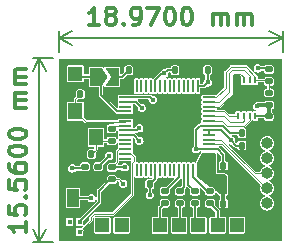
<source format=gbr>
%TF.GenerationSoftware,KiCad,Pcbnew,7.0.2-6a45011f42~172~ubuntu22.04.1*%
%TF.CreationDate,2023-05-25T04:45:34+08:00*%
%TF.ProjectId,fly2040_min,666c7932-3034-4305-9f6d-696e2e6b6963,rev?*%
%TF.SameCoordinates,PX4323800PY2f1c8c0*%
%TF.FileFunction,Copper,L1,Top*%
%TF.FilePolarity,Positive*%
%FSLAX46Y46*%
G04 Gerber Fmt 4.6, Leading zero omitted, Abs format (unit mm)*
G04 Created by KiCad (PCBNEW 7.0.2-6a45011f42~172~ubuntu22.04.1) date 2023-05-25 04:45:34*
%MOMM*%
%LPD*%
G01*
G04 APERTURE LIST*
G04 Aperture macros list*
%AMRoundRect*
0 Rectangle with rounded corners*
0 $1 Rounding radius*
0 $2 $3 $4 $5 $6 $7 $8 $9 X,Y pos of 4 corners*
0 Add a 4 corners polygon primitive as box body*
4,1,4,$2,$3,$4,$5,$6,$7,$8,$9,$2,$3,0*
0 Add four circle primitives for the rounded corners*
1,1,$1+$1,$2,$3*
1,1,$1+$1,$4,$5*
1,1,$1+$1,$6,$7*
1,1,$1+$1,$8,$9*
0 Add four rect primitives between the rounded corners*
20,1,$1+$1,$2,$3,$4,$5,0*
20,1,$1+$1,$4,$5,$6,$7,0*
20,1,$1+$1,$6,$7,$8,$9,0*
20,1,$1+$1,$8,$9,$2,$3,0*%
%AMFreePoly0*
4,1,6,1.000000,0.000000,0.500000,-0.750000,-0.500000,-0.750000,-0.500000,0.750000,0.500000,0.750000,1.000000,0.000000,1.000000,0.000000,$1*%
%AMFreePoly1*
4,1,6,0.500000,-0.750000,-0.650000,-0.750000,-0.150000,0.000000,-0.650000,0.750000,0.500000,0.750000,0.500000,-0.750000,0.500000,-0.750000,$1*%
G04 Aperture macros list end*
%ADD10C,0.300000*%
%TA.AperFunction,NonConductor*%
%ADD11C,0.300000*%
%TD*%
%TA.AperFunction,NonConductor*%
%ADD12C,0.200000*%
%TD*%
%TA.AperFunction,SMDPad,CuDef*%
%ADD13RoundRect,0.135000X-0.135000X-0.185000X0.135000X-0.185000X0.135000X0.185000X-0.135000X0.185000X0*%
%TD*%
%TA.AperFunction,SMDPad,CuDef*%
%ADD14RoundRect,0.135000X-0.185000X0.135000X-0.185000X-0.135000X0.185000X-0.135000X0.185000X0.135000X0*%
%TD*%
%TA.AperFunction,SMDPad,CuDef*%
%ADD15RoundRect,0.135000X0.185000X-0.135000X0.185000X0.135000X-0.185000X0.135000X-0.185000X-0.135000X0*%
%TD*%
%TA.AperFunction,SMDPad,CuDef*%
%ADD16RoundRect,0.140000X-0.170000X0.140000X-0.170000X-0.140000X0.170000X-0.140000X0.170000X0.140000X0*%
%TD*%
%TA.AperFunction,SMDPad,CuDef*%
%ADD17RoundRect,0.140000X-0.140000X-0.170000X0.140000X-0.170000X0.140000X0.170000X-0.140000X0.170000X0*%
%TD*%
%TA.AperFunction,SMDPad,CuDef*%
%ADD18RoundRect,0.140000X0.140000X0.170000X-0.140000X0.170000X-0.140000X-0.170000X0.140000X-0.170000X0*%
%TD*%
%TA.AperFunction,ComponentPad*%
%ADD19R,1.200000X1.200000*%
%TD*%
%TA.AperFunction,SMDPad,CuDef*%
%ADD20R,0.450000X0.450000*%
%TD*%
%TA.AperFunction,SMDPad,CuDef*%
%ADD21R,0.200000X1.100000*%
%TD*%
%TA.AperFunction,SMDPad,CuDef*%
%ADD22R,1.100000X0.200000*%
%TD*%
%TA.AperFunction,SMDPad,CuDef*%
%ADD23R,3.100000X3.100000*%
%TD*%
%TA.AperFunction,SMDPad,CuDef*%
%ADD24R,0.280000X0.600000*%
%TD*%
%TA.AperFunction,SMDPad,CuDef*%
%ADD25R,1.700000X0.300000*%
%TD*%
%TA.AperFunction,ComponentPad*%
%ADD26O,1.000000X1.000000*%
%TD*%
%TA.AperFunction,SMDPad,CuDef*%
%ADD27R,1.000000X1.524000*%
%TD*%
%TA.AperFunction,SMDPad,CuDef*%
%ADD28R,1.200000X1.400000*%
%TD*%
%TA.AperFunction,SMDPad,CuDef*%
%ADD29FreePoly0,0.000000*%
%TD*%
%TA.AperFunction,SMDPad,CuDef*%
%ADD30FreePoly1,0.000000*%
%TD*%
%TA.AperFunction,ViaPad*%
%ADD31C,0.450000*%
%TD*%
%TA.AperFunction,Conductor*%
%ADD32C,0.200000*%
%TD*%
%TA.AperFunction,Conductor*%
%ADD33C,0.100000*%
%TD*%
%TA.AperFunction,Conductor*%
%ADD34C,0.357600*%
%TD*%
G04 APERTURE END LIST*
D10*
D11*
X-36072Y-13851426D02*
X-36072Y-14708569D01*
X-36072Y-14279998D02*
X-1536072Y-14279998D01*
X-1536072Y-14279998D02*
X-1321786Y-14422855D01*
X-1321786Y-14422855D02*
X-1178929Y-14565712D01*
X-1178929Y-14565712D02*
X-1107500Y-14708569D01*
X-1536072Y-12494284D02*
X-1536072Y-13208570D01*
X-1536072Y-13208570D02*
X-821786Y-13279998D01*
X-821786Y-13279998D02*
X-893215Y-13208570D01*
X-893215Y-13208570D02*
X-964643Y-13065713D01*
X-964643Y-13065713D02*
X-964643Y-12708570D01*
X-964643Y-12708570D02*
X-893215Y-12565713D01*
X-893215Y-12565713D02*
X-821786Y-12494284D01*
X-821786Y-12494284D02*
X-678929Y-12422855D01*
X-678929Y-12422855D02*
X-321786Y-12422855D01*
X-321786Y-12422855D02*
X-178929Y-12494284D01*
X-178929Y-12494284D02*
X-107500Y-12565713D01*
X-107500Y-12565713D02*
X-36072Y-12708570D01*
X-36072Y-12708570D02*
X-36072Y-13065713D01*
X-36072Y-13065713D02*
X-107500Y-13208570D01*
X-107500Y-13208570D02*
X-178929Y-13279998D01*
X-178929Y-11779999D02*
X-107500Y-11708570D01*
X-107500Y-11708570D02*
X-36072Y-11779999D01*
X-36072Y-11779999D02*
X-107500Y-11851427D01*
X-107500Y-11851427D02*
X-178929Y-11779999D01*
X-178929Y-11779999D02*
X-36072Y-11779999D01*
X-1536072Y-10351427D02*
X-1536072Y-11065713D01*
X-1536072Y-11065713D02*
X-821786Y-11137141D01*
X-821786Y-11137141D02*
X-893215Y-11065713D01*
X-893215Y-11065713D02*
X-964643Y-10922856D01*
X-964643Y-10922856D02*
X-964643Y-10565713D01*
X-964643Y-10565713D02*
X-893215Y-10422856D01*
X-893215Y-10422856D02*
X-821786Y-10351427D01*
X-821786Y-10351427D02*
X-678929Y-10279998D01*
X-678929Y-10279998D02*
X-321786Y-10279998D01*
X-321786Y-10279998D02*
X-178929Y-10351427D01*
X-178929Y-10351427D02*
X-107500Y-10422856D01*
X-107500Y-10422856D02*
X-36072Y-10565713D01*
X-36072Y-10565713D02*
X-36072Y-10922856D01*
X-36072Y-10922856D02*
X-107500Y-11065713D01*
X-107500Y-11065713D02*
X-178929Y-11137141D01*
X-1536072Y-8994285D02*
X-1536072Y-9279999D01*
X-1536072Y-9279999D02*
X-1464643Y-9422856D01*
X-1464643Y-9422856D02*
X-1393215Y-9494285D01*
X-1393215Y-9494285D02*
X-1178929Y-9637142D01*
X-1178929Y-9637142D02*
X-893215Y-9708570D01*
X-893215Y-9708570D02*
X-321786Y-9708570D01*
X-321786Y-9708570D02*
X-178929Y-9637142D01*
X-178929Y-9637142D02*
X-107500Y-9565713D01*
X-107500Y-9565713D02*
X-36072Y-9422856D01*
X-36072Y-9422856D02*
X-36072Y-9137142D01*
X-36072Y-9137142D02*
X-107500Y-8994285D01*
X-107500Y-8994285D02*
X-178929Y-8922856D01*
X-178929Y-8922856D02*
X-321786Y-8851427D01*
X-321786Y-8851427D02*
X-678929Y-8851427D01*
X-678929Y-8851427D02*
X-821786Y-8922856D01*
X-821786Y-8922856D02*
X-893215Y-8994285D01*
X-893215Y-8994285D02*
X-964643Y-9137142D01*
X-964643Y-9137142D02*
X-964643Y-9422856D01*
X-964643Y-9422856D02*
X-893215Y-9565713D01*
X-893215Y-9565713D02*
X-821786Y-9637142D01*
X-821786Y-9637142D02*
X-678929Y-9708570D01*
X-1536072Y-7922856D02*
X-1536072Y-7779999D01*
X-1536072Y-7779999D02*
X-1464643Y-7637142D01*
X-1464643Y-7637142D02*
X-1393215Y-7565714D01*
X-1393215Y-7565714D02*
X-1250358Y-7494285D01*
X-1250358Y-7494285D02*
X-964643Y-7422856D01*
X-964643Y-7422856D02*
X-607500Y-7422856D01*
X-607500Y-7422856D02*
X-321786Y-7494285D01*
X-321786Y-7494285D02*
X-178929Y-7565714D01*
X-178929Y-7565714D02*
X-107500Y-7637142D01*
X-107500Y-7637142D02*
X-36072Y-7779999D01*
X-36072Y-7779999D02*
X-36072Y-7922856D01*
X-36072Y-7922856D02*
X-107500Y-8065714D01*
X-107500Y-8065714D02*
X-178929Y-8137142D01*
X-178929Y-8137142D02*
X-321786Y-8208571D01*
X-321786Y-8208571D02*
X-607500Y-8279999D01*
X-607500Y-8279999D02*
X-964643Y-8279999D01*
X-964643Y-8279999D02*
X-1250358Y-8208571D01*
X-1250358Y-8208571D02*
X-1393215Y-8137142D01*
X-1393215Y-8137142D02*
X-1464643Y-8065714D01*
X-1464643Y-8065714D02*
X-1536072Y-7922856D01*
X-1536072Y-6494285D02*
X-1536072Y-6351428D01*
X-1536072Y-6351428D02*
X-1464643Y-6208571D01*
X-1464643Y-6208571D02*
X-1393215Y-6137143D01*
X-1393215Y-6137143D02*
X-1250358Y-6065714D01*
X-1250358Y-6065714D02*
X-964643Y-5994285D01*
X-964643Y-5994285D02*
X-607500Y-5994285D01*
X-607500Y-5994285D02*
X-321786Y-6065714D01*
X-321786Y-6065714D02*
X-178929Y-6137143D01*
X-178929Y-6137143D02*
X-107500Y-6208571D01*
X-107500Y-6208571D02*
X-36072Y-6351428D01*
X-36072Y-6351428D02*
X-36072Y-6494285D01*
X-36072Y-6494285D02*
X-107500Y-6637143D01*
X-107500Y-6637143D02*
X-178929Y-6708571D01*
X-178929Y-6708571D02*
X-321786Y-6780000D01*
X-321786Y-6780000D02*
X-607500Y-6851428D01*
X-607500Y-6851428D02*
X-964643Y-6851428D01*
X-964643Y-6851428D02*
X-1250358Y-6780000D01*
X-1250358Y-6780000D02*
X-1393215Y-6708571D01*
X-1393215Y-6708571D02*
X-1464643Y-6637143D01*
X-1464643Y-6637143D02*
X-1536072Y-6494285D01*
X-36072Y-4208572D02*
X-1036072Y-4208572D01*
X-893215Y-4208572D02*
X-964643Y-4137143D01*
X-964643Y-4137143D02*
X-1036072Y-3994286D01*
X-1036072Y-3994286D02*
X-1036072Y-3780000D01*
X-1036072Y-3780000D02*
X-964643Y-3637143D01*
X-964643Y-3637143D02*
X-821786Y-3565715D01*
X-821786Y-3565715D02*
X-36072Y-3565715D01*
X-821786Y-3565715D02*
X-964643Y-3494286D01*
X-964643Y-3494286D02*
X-1036072Y-3351429D01*
X-1036072Y-3351429D02*
X-1036072Y-3137143D01*
X-1036072Y-3137143D02*
X-964643Y-2994286D01*
X-964643Y-2994286D02*
X-821786Y-2922857D01*
X-821786Y-2922857D02*
X-36072Y-2922857D01*
X-36072Y-2208572D02*
X-1036072Y-2208572D01*
X-893215Y-2208572D02*
X-964643Y-2137143D01*
X-964643Y-2137143D02*
X-1036072Y-1994286D01*
X-1036072Y-1994286D02*
X-1036072Y-1780000D01*
X-1036072Y-1780000D02*
X-964643Y-1637143D01*
X-964643Y-1637143D02*
X-821786Y-1565715D01*
X-821786Y-1565715D02*
X-36072Y-1565715D01*
X-821786Y-1565715D02*
X-964643Y-1494286D01*
X-964643Y-1494286D02*
X-1036072Y-1351429D01*
X-1036072Y-1351429D02*
X-1036072Y-1137143D01*
X-1036072Y-1137143D02*
X-964643Y-994286D01*
X-964643Y-994286D02*
X-821786Y-922857D01*
X-821786Y-922857D02*
X-36072Y-922857D01*
D12*
X2200000Y0D02*
X483580Y0D01*
X483580Y-15560000D02*
X2200000Y-15560000D01*
X1070000Y0D02*
X1070000Y-15560000D01*
X1070000Y0D02*
X1070000Y-15560000D01*
X1070000Y0D02*
X1656421Y-1126504D01*
X1070000Y0D02*
X483579Y-1126504D01*
X1070000Y-15560000D02*
X483579Y-14433496D01*
X1070000Y-15560000D02*
X1656421Y-14433496D01*
D10*
D11*
X6113573Y2776072D02*
X5256430Y2776072D01*
X5685001Y2776072D02*
X5685001Y4276072D01*
X5685001Y4276072D02*
X5542144Y4061786D01*
X5542144Y4061786D02*
X5399287Y3918929D01*
X5399287Y3918929D02*
X5256430Y3847500D01*
X6970715Y3633215D02*
X6827858Y3704643D01*
X6827858Y3704643D02*
X6756429Y3776072D01*
X6756429Y3776072D02*
X6685001Y3918929D01*
X6685001Y3918929D02*
X6685001Y3990358D01*
X6685001Y3990358D02*
X6756429Y4133215D01*
X6756429Y4133215D02*
X6827858Y4204643D01*
X6827858Y4204643D02*
X6970715Y4276072D01*
X6970715Y4276072D02*
X7256429Y4276072D01*
X7256429Y4276072D02*
X7399287Y4204643D01*
X7399287Y4204643D02*
X7470715Y4133215D01*
X7470715Y4133215D02*
X7542144Y3990358D01*
X7542144Y3990358D02*
X7542144Y3918929D01*
X7542144Y3918929D02*
X7470715Y3776072D01*
X7470715Y3776072D02*
X7399287Y3704643D01*
X7399287Y3704643D02*
X7256429Y3633215D01*
X7256429Y3633215D02*
X6970715Y3633215D01*
X6970715Y3633215D02*
X6827858Y3561786D01*
X6827858Y3561786D02*
X6756429Y3490358D01*
X6756429Y3490358D02*
X6685001Y3347500D01*
X6685001Y3347500D02*
X6685001Y3061786D01*
X6685001Y3061786D02*
X6756429Y2918929D01*
X6756429Y2918929D02*
X6827858Y2847500D01*
X6827858Y2847500D02*
X6970715Y2776072D01*
X6970715Y2776072D02*
X7256429Y2776072D01*
X7256429Y2776072D02*
X7399287Y2847500D01*
X7399287Y2847500D02*
X7470715Y2918929D01*
X7470715Y2918929D02*
X7542144Y3061786D01*
X7542144Y3061786D02*
X7542144Y3347500D01*
X7542144Y3347500D02*
X7470715Y3490358D01*
X7470715Y3490358D02*
X7399287Y3561786D01*
X7399287Y3561786D02*
X7256429Y3633215D01*
X8185000Y2918929D02*
X8256429Y2847500D01*
X8256429Y2847500D02*
X8185000Y2776072D01*
X8185000Y2776072D02*
X8113572Y2847500D01*
X8113572Y2847500D02*
X8185000Y2918929D01*
X8185000Y2918929D02*
X8185000Y2776072D01*
X8970715Y2776072D02*
X9256429Y2776072D01*
X9256429Y2776072D02*
X9399286Y2847500D01*
X9399286Y2847500D02*
X9470715Y2918929D01*
X9470715Y2918929D02*
X9613572Y3133215D01*
X9613572Y3133215D02*
X9685001Y3418929D01*
X9685001Y3418929D02*
X9685001Y3990358D01*
X9685001Y3990358D02*
X9613572Y4133215D01*
X9613572Y4133215D02*
X9542144Y4204643D01*
X9542144Y4204643D02*
X9399286Y4276072D01*
X9399286Y4276072D02*
X9113572Y4276072D01*
X9113572Y4276072D02*
X8970715Y4204643D01*
X8970715Y4204643D02*
X8899286Y4133215D01*
X8899286Y4133215D02*
X8827858Y3990358D01*
X8827858Y3990358D02*
X8827858Y3633215D01*
X8827858Y3633215D02*
X8899286Y3490358D01*
X8899286Y3490358D02*
X8970715Y3418929D01*
X8970715Y3418929D02*
X9113572Y3347500D01*
X9113572Y3347500D02*
X9399286Y3347500D01*
X9399286Y3347500D02*
X9542144Y3418929D01*
X9542144Y3418929D02*
X9613572Y3490358D01*
X9613572Y3490358D02*
X9685001Y3633215D01*
X10185000Y4276072D02*
X11185000Y4276072D01*
X11185000Y4276072D02*
X10542143Y2776072D01*
X12042143Y4276072D02*
X12185000Y4276072D01*
X12185000Y4276072D02*
X12327857Y4204643D01*
X12327857Y4204643D02*
X12399286Y4133215D01*
X12399286Y4133215D02*
X12470714Y3990358D01*
X12470714Y3990358D02*
X12542143Y3704643D01*
X12542143Y3704643D02*
X12542143Y3347500D01*
X12542143Y3347500D02*
X12470714Y3061786D01*
X12470714Y3061786D02*
X12399286Y2918929D01*
X12399286Y2918929D02*
X12327857Y2847500D01*
X12327857Y2847500D02*
X12185000Y2776072D01*
X12185000Y2776072D02*
X12042143Y2776072D01*
X12042143Y2776072D02*
X11899286Y2847500D01*
X11899286Y2847500D02*
X11827857Y2918929D01*
X11827857Y2918929D02*
X11756428Y3061786D01*
X11756428Y3061786D02*
X11685000Y3347500D01*
X11685000Y3347500D02*
X11685000Y3704643D01*
X11685000Y3704643D02*
X11756428Y3990358D01*
X11756428Y3990358D02*
X11827857Y4133215D01*
X11827857Y4133215D02*
X11899286Y4204643D01*
X11899286Y4204643D02*
X12042143Y4276072D01*
X13470714Y4276072D02*
X13613571Y4276072D01*
X13613571Y4276072D02*
X13756428Y4204643D01*
X13756428Y4204643D02*
X13827857Y4133215D01*
X13827857Y4133215D02*
X13899285Y3990358D01*
X13899285Y3990358D02*
X13970714Y3704643D01*
X13970714Y3704643D02*
X13970714Y3347500D01*
X13970714Y3347500D02*
X13899285Y3061786D01*
X13899285Y3061786D02*
X13827857Y2918929D01*
X13827857Y2918929D02*
X13756428Y2847500D01*
X13756428Y2847500D02*
X13613571Y2776072D01*
X13613571Y2776072D02*
X13470714Y2776072D01*
X13470714Y2776072D02*
X13327857Y2847500D01*
X13327857Y2847500D02*
X13256428Y2918929D01*
X13256428Y2918929D02*
X13184999Y3061786D01*
X13184999Y3061786D02*
X13113571Y3347500D01*
X13113571Y3347500D02*
X13113571Y3704643D01*
X13113571Y3704643D02*
X13184999Y3990358D01*
X13184999Y3990358D02*
X13256428Y4133215D01*
X13256428Y4133215D02*
X13327857Y4204643D01*
X13327857Y4204643D02*
X13470714Y4276072D01*
X15756427Y2776072D02*
X15756427Y3776072D01*
X15756427Y3633215D02*
X15827856Y3704643D01*
X15827856Y3704643D02*
X15970713Y3776072D01*
X15970713Y3776072D02*
X16184999Y3776072D01*
X16184999Y3776072D02*
X16327856Y3704643D01*
X16327856Y3704643D02*
X16399285Y3561786D01*
X16399285Y3561786D02*
X16399285Y2776072D01*
X16399285Y3561786D02*
X16470713Y3704643D01*
X16470713Y3704643D02*
X16613570Y3776072D01*
X16613570Y3776072D02*
X16827856Y3776072D01*
X16827856Y3776072D02*
X16970713Y3704643D01*
X16970713Y3704643D02*
X17042142Y3561786D01*
X17042142Y3561786D02*
X17042142Y2776072D01*
X17756427Y2776072D02*
X17756427Y3776072D01*
X17756427Y3633215D02*
X17827856Y3704643D01*
X17827856Y3704643D02*
X17970713Y3776072D01*
X17970713Y3776072D02*
X18184999Y3776072D01*
X18184999Y3776072D02*
X18327856Y3704643D01*
X18327856Y3704643D02*
X18399285Y3561786D01*
X18399285Y3561786D02*
X18399285Y2776072D01*
X18399285Y3561786D02*
X18470713Y3704643D01*
X18470713Y3704643D02*
X18613570Y3776072D01*
X18613570Y3776072D02*
X18827856Y3776072D01*
X18827856Y3776072D02*
X18970713Y3704643D01*
X18970713Y3704643D02*
X19042142Y3561786D01*
X19042142Y3561786D02*
X19042142Y2776072D01*
D12*
X2700000Y500000D02*
X2700000Y2256420D01*
X21670000Y2256420D02*
X21670000Y500000D01*
X2700000Y1670000D02*
X21670000Y1670000D01*
X2700000Y1670000D02*
X21670000Y1670000D01*
X2700000Y1670000D02*
X3826504Y2256421D01*
X2700000Y1670000D02*
X3826504Y1083579D01*
X21670000Y1670000D02*
X20543496Y1083579D01*
X21670000Y1670000D02*
X20543496Y2256421D01*
D13*
%TO.P,R12,1*%
%TO.N,Net-(JP1-B)*%
X8620000Y-1040000D03*
%TO.P,R12,2*%
%TO.N,GND*%
X9640000Y-1040000D03*
%TD*%
D14*
%TO.P,R11,1*%
%TO.N,Net-(U1-GPIO29_ADC3)*%
X15510000Y-11270000D03*
%TO.P,R11,2*%
%TO.N,NS_D0*%
X15510000Y-12290000D03*
%TD*%
%TO.P,R10,1*%
%TO.N,Net-(U1-GPIO28_ADC2)*%
X14230000Y-11270000D03*
%TO.P,R10,2*%
%TO.N,NS_CMD*%
X14230000Y-12290000D03*
%TD*%
%TO.P,R9,1*%
%TO.N,Net-(U1-GPIO27_ADC1)*%
X12950000Y-11270000D03*
%TO.P,R9,2*%
%TO.N,NS_CLK*%
X12950000Y-12290000D03*
%TD*%
%TO.P,R8,1*%
%TO.N,Net-(U1-GPIO26_ADC0)*%
X11670000Y-11270000D03*
%TO.P,R8,2*%
%TO.N,NS_RST*%
X11670000Y-12290000D03*
%TD*%
D15*
%TO.P,R6,1*%
%TO.N,+3V3*%
X20480000Y-3965000D03*
%TO.P,R6,2*%
%TO.N,QSPI_CS*%
X20480000Y-2945000D03*
%TD*%
D14*
%TO.P,R5,1*%
%TO.N,BOOT*%
X20480000Y-960000D03*
%TO.P,R5,2*%
%TO.N,QSPI_CS*%
X20480000Y-1980000D03*
%TD*%
D15*
%TO.P,R2,1*%
%TO.N,+3V3*%
X7210000Y-10270000D03*
%TO.P,R2,2*%
%TO.N,RST*%
X7210000Y-9250000D03*
%TD*%
%TO.P,R1,1*%
%TO.N,Net-(X1-OSC1)*%
X7180000Y-7010000D03*
%TO.P,R1,2*%
%TO.N,XOUT*%
X7180000Y-5990000D03*
%TD*%
D16*
%TO.P,C14,1*%
%TO.N,+3V3*%
X20480000Y-4940000D03*
%TO.P,C14,2*%
%TO.N,GND*%
X20480000Y-5900000D03*
%TD*%
%TO.P,C13,1*%
%TO.N,+3V3*%
X4920000Y-9185000D03*
%TO.P,C13,2*%
%TO.N,GND*%
X4920000Y-10145000D03*
%TD*%
D17*
%TO.P,C12,1*%
%TO.N,+3V3*%
X12535000Y-1025000D03*
%TO.P,C12,2*%
%TO.N,GND*%
X13495000Y-1025000D03*
%TD*%
%TO.P,C11,1*%
%TO.N,+3V3*%
X15300000Y-1020000D03*
%TO.P,C11,2*%
%TO.N,GND*%
X16260000Y-1020000D03*
%TD*%
%TO.P,C10,1*%
%TO.N,+3V3*%
X18200000Y-7400000D03*
%TO.P,C10,2*%
%TO.N,GND*%
X19160000Y-7400000D03*
%TD*%
%TO.P,C9,1*%
%TO.N,+3V3*%
X16625000Y-11235000D03*
%TO.P,C9,2*%
%TO.N,GND*%
X17585000Y-11235000D03*
%TD*%
%TO.P,C8,1*%
%TO.N,+3V3*%
X16630000Y-12320000D03*
%TO.P,C8,2*%
%TO.N,GND*%
X17590000Y-12320000D03*
%TD*%
D18*
%TO.P,C7,1*%
%TO.N,+3V3*%
X10410000Y-10670000D03*
%TO.P,C7,2*%
%TO.N,GND*%
X9450000Y-10670000D03*
%TD*%
%TO.P,C6,1*%
%TO.N,GND*%
X17585000Y-10167500D03*
%TO.P,C6,2*%
%TO.N,+3V3*%
X16625000Y-10167500D03*
%TD*%
D17*
%TO.P,C5,1*%
%TO.N,+1V1*%
X16625000Y-9100000D03*
%TO.P,C5,2*%
%TO.N,GND*%
X17585000Y-9100000D03*
%TD*%
D16*
%TO.P,C4,1*%
%TO.N,+1V1*%
X6050000Y-9180000D03*
%TO.P,C4,2*%
%TO.N,GND*%
X6050000Y-10140000D03*
%TD*%
D17*
%TO.P,C3,1*%
%TO.N,XIN*%
X4530000Y-3060000D03*
%TO.P,C3,2*%
%TO.N,GND*%
X5490000Y-3060000D03*
%TD*%
%TO.P,C2,1*%
%TO.N,+1V1*%
X18200000Y-6340000D03*
%TO.P,C2,2*%
%TO.N,GND*%
X19160000Y-6340000D03*
%TD*%
%TO.P,C1,1*%
%TO.N,GND*%
X4510000Y-8130000D03*
%TO.P,C1,2*%
%TO.N,Net-(X1-OSC1)*%
X5470000Y-8130000D03*
%TD*%
D19*
%TO.P,J10,1,Pin_1*%
%TO.N,+3V3*%
X17780000Y-14150000D03*
%TD*%
%TO.P,J9,1,Pin_1*%
%TO.N,GND*%
X9642500Y-14150000D03*
%TD*%
%TO.P,J7,1,Pin_1*%
%TO.N,NS_SCL*%
X6387500Y-14150000D03*
%TD*%
%TO.P,J6,1,Pin_1*%
%TO.N,NS_SDA*%
X8020000Y-14150000D03*
%TD*%
%TO.P,J5,1,Pin_1*%
%TO.N,NS_D0*%
X16152500Y-14150000D03*
%TD*%
%TO.P,J4,1,Pin_1*%
%TO.N,NS_CMD*%
X14525000Y-14150000D03*
%TD*%
%TO.P,J3,1,Pin_1*%
%TO.N,NS_CLK*%
X12897500Y-14150000D03*
%TD*%
%TO.P,J2,1,Pin_1*%
%TO.N,NS_RST*%
X11270000Y-14150000D03*
%TD*%
%TO.P,J1,1,Pin_1*%
%TO.N,NS_CPU*%
X4110000Y-1320000D03*
%TD*%
D20*
%TO.P,U5,3,GND*%
%TO.N,GND*%
X3617500Y-14705000D03*
%TO.P,U5,4,DIN*%
%TO.N,LED_DATA*%
X4467500Y-14705000D03*
%TO.P,U5,1,DOUT*%
%TO.N,unconnected-(U5-DOUT-Pad1)*%
X3617500Y-13855000D03*
%TO.P,U5,2,VDD*%
%TO.N,+3V3*%
X4467500Y-13855000D03*
%TD*%
D21*
%TO.P,U1,1,IOVDD*%
%TO.N,+3V3*%
X14485000Y-2365000D03*
%TO.P,U1,2,GPIO0*%
%TO.N,unconnected-(U1-GPIO0-Pad2)*%
X14085000Y-2365000D03*
%TO.P,U1,3,GPIO1*%
%TO.N,unconnected-(U1-GPIO1-Pad3)*%
X13685000Y-2365000D03*
%TO.P,U1,4,GPIO2*%
%TO.N,unconnected-(U1-GPIO2-Pad4)*%
X13285000Y-2365000D03*
%TO.P,U1,5,GPIO3*%
%TO.N,unconnected-(U1-GPIO3-Pad5)*%
X12885000Y-2365000D03*
%TO.P,U1,6,GPIO4*%
%TO.N,unconnected-(U1-GPIO4-Pad6)*%
X12485000Y-2365000D03*
%TO.P,U1,7,GPIO5*%
%TO.N,unconnected-(U1-GPIO5-Pad7)*%
X12085000Y-2365000D03*
%TO.P,U1,8,GPIO6*%
%TO.N,unconnected-(U1-GPIO6-Pad8)*%
X11685000Y-2365000D03*
%TO.P,U1,9,GPIO7*%
%TO.N,unconnected-(U1-GPIO7-Pad9)*%
X11285000Y-2365000D03*
%TO.P,U1,10,IOVDD*%
%TO.N,+3V3*%
X10885000Y-2365000D03*
%TO.P,U1,11,GPIO8*%
%TO.N,unconnected-(U1-GPIO8-Pad11)*%
X10485000Y-2365000D03*
%TO.P,U1,12,GPIO9*%
%TO.N,unconnected-(U1-GPIO9-Pad12)*%
X10085000Y-2365000D03*
%TO.P,U1,13,GPIO10*%
%TO.N,unconnected-(U1-GPIO10-Pad13)*%
X9685000Y-2365000D03*
%TO.P,U1,14,GPIO11*%
%TO.N,unconnected-(U1-GPIO11-Pad14)*%
X9285000Y-2365000D03*
D22*
%TO.P,U1,15,GPIO12*%
%TO.N,NS_SDA*%
X8335000Y-3315000D03*
%TO.P,U1,16,GPIO13*%
%TO.N,NS_SCL*%
X8335000Y-3715000D03*
%TO.P,U1,17,GPIO14*%
%TO.N,unconnected-(U1-GPIO14-Pad17)*%
X8335000Y-4115000D03*
%TO.P,U1,18,GPIO15*%
%TO.N,NS_CPU*%
X8335000Y-4515000D03*
%TO.P,U1,19,TESTEN*%
%TO.N,GND*%
X8335000Y-4915000D03*
%TO.P,U1,20,XIN*%
%TO.N,XIN*%
X8335000Y-5315000D03*
%TO.P,U1,21,XOUT*%
%TO.N,XOUT*%
X8335000Y-5715000D03*
%TO.P,U1,22,IOVDD*%
%TO.N,+3V3*%
X8335000Y-6115000D03*
%TO.P,U1,23,DVDD*%
%TO.N,+1V1*%
X8335000Y-6515000D03*
%TO.P,U1,24,SWCLK*%
%TO.N,DBG_CLK*%
X8335000Y-6915000D03*
%TO.P,U1,25,SWD*%
%TO.N,DBG_DAT*%
X8335000Y-7315000D03*
%TO.P,U1,26,RUN*%
%TO.N,RST*%
X8335000Y-7715000D03*
%TO.P,U1,27,GPIO16*%
%TO.N,LED_DATA*%
X8335000Y-8115000D03*
%TO.P,U1,28,GPIO17*%
%TO.N,unconnected-(U1-GPIO17-Pad28)*%
X8335000Y-8515000D03*
D21*
%TO.P,U1,29,GPIO18*%
%TO.N,unconnected-(U1-GPIO18-Pad29)*%
X9285000Y-9465000D03*
%TO.P,U1,30,GPIO19*%
%TO.N,unconnected-(U1-GPIO19-Pad30)*%
X9685000Y-9465000D03*
%TO.P,U1,31,GPIO20*%
%TO.N,unconnected-(U1-GPIO20-Pad31)*%
X10085000Y-9465000D03*
%TO.P,U1,32,GPIO21*%
%TO.N,unconnected-(U1-GPIO21-Pad32)*%
X10485000Y-9465000D03*
%TO.P,U1,33,IOVDD*%
%TO.N,+3V3*%
X10885000Y-9465000D03*
%TO.P,U1,34,GPIO22*%
%TO.N,unconnected-(U1-GPIO22-Pad34)*%
X11285000Y-9465000D03*
%TO.P,U1,35,GPIO23*%
%TO.N,unconnected-(U1-GPIO23-Pad35)*%
X11685000Y-9465000D03*
%TO.P,U1,36,GPIO24*%
%TO.N,unconnected-(U1-GPIO24-Pad36)*%
X12085000Y-9465000D03*
%TO.P,U1,37,GPIO25*%
%TO.N,unconnected-(U1-GPIO25-Pad37)*%
X12485000Y-9465000D03*
%TO.P,U1,38,GPIO26_ADC0*%
%TO.N,Net-(U1-GPIO26_ADC0)*%
X12885000Y-9465000D03*
%TO.P,U1,39,GPIO27_ADC1*%
%TO.N,Net-(U1-GPIO27_ADC1)*%
X13285000Y-9465000D03*
%TO.P,U1,40,GPIO28_ADC2*%
%TO.N,Net-(U1-GPIO28_ADC2)*%
X13685000Y-9465000D03*
%TO.P,U1,41,GPIO29_ADC3*%
%TO.N,Net-(U1-GPIO29_ADC3)*%
X14085000Y-9465000D03*
%TO.P,U1,42,IOVDD*%
%TO.N,+3V3*%
X14485000Y-9465000D03*
D22*
%TO.P,U1,43,ADC_AVDD*%
X15435000Y-8515000D03*
%TO.P,U1,44,VREG_IN*%
X15435000Y-8115000D03*
%TO.P,U1,45,VREG_VOUT*%
%TO.N,+1V1*%
X15435000Y-7715000D03*
%TO.P,U1,46,USB_DM*%
%TO.N,D-*%
X15435000Y-7315000D03*
%TO.P,U1,47,USB_DP*%
%TO.N,D+*%
X15435000Y-6915000D03*
%TO.P,U1,48,USB_VDD*%
%TO.N,+3V3*%
X15435000Y-6515000D03*
%TO.P,U1,49,IOVDD*%
X15435000Y-6115000D03*
%TO.P,U1,50,DVDD*%
%TO.N,+1V1*%
X15435000Y-5715000D03*
%TO.P,U1,51,QSPI_SD3*%
%TO.N,QSPI_SD3*%
X15435000Y-5315000D03*
%TO.P,U1,52,QSPI_SCLK*%
%TO.N,QSPI_SCK*%
X15435000Y-4915000D03*
%TO.P,U1,53,QSPI_SD0*%
%TO.N,QSPI_SD0*%
X15435000Y-4515000D03*
%TO.P,U1,54,QSPI_SD2*%
%TO.N,QSPI_SD2*%
X15435000Y-4115000D03*
%TO.P,U1,55,QSPI_SD1*%
%TO.N,QSPI_SD1*%
X15435000Y-3715000D03*
%TO.P,U1,56,QSPI_SS*%
%TO.N,QSPI_CS*%
X15435000Y-3315000D03*
D23*
%TO.P,U1,57,GND*%
%TO.N,GND*%
X11885000Y-5915000D03*
%TD*%
D24*
%TO.P,U2,1,CS#*%
%TO.N,QSPI_CS*%
X19355000Y-1895500D03*
%TO.P,U2,2,DO(IO1)*%
%TO.N,QSPI_SD1*%
X18855000Y-1895500D03*
%TO.P,U2,3,WP#(IO2)*%
%TO.N,QSPI_SD2*%
X18355000Y-1895500D03*
%TO.P,U2,4,GND*%
%TO.N,GND*%
X17855000Y-1895500D03*
%TO.P,U2,5,DI(IO0)*%
%TO.N,QSPI_SD0*%
X17855000Y-4909500D03*
%TO.P,U2,6,CLK*%
%TO.N,QSPI_SCK*%
X18355000Y-4909500D03*
%TO.P,U2,7,HOLD#orRESET#(IO3)*%
%TO.N,QSPI_SD3*%
X18855000Y-4909500D03*
%TO.P,U2,8,VCC*%
%TO.N,+3V3*%
X19355000Y-4909500D03*
D25*
%TO.P,U2,9,EP*%
%TO.N,GND*%
X18605000Y-3402500D03*
%TD*%
D26*
%TO.P,J8,1,Pin_1*%
%TO.N,RST*%
X20344248Y-7218121D03*
%TO.P,J8,2,Pin_2*%
%TO.N,BOOT*%
X20344248Y-8488121D03*
%TO.P,J8,3,Pin_3*%
%TO.N,D+*%
X20344248Y-9758121D03*
%TO.P,J8,4,Pin_4*%
%TO.N,D-*%
X20344248Y-11028121D03*
%TO.P,J8,5,Pin_5*%
%TO.N,+3V3*%
X20344248Y-12298121D03*
%TO.P,J8,6,Pin_6*%
%TO.N,GND*%
X20344248Y-13568121D03*
%TD*%
D27*
%TO.P,SW1,2,2*%
%TO.N,GND*%
X7090000Y-11860000D03*
%TO.P,SW1,1,1*%
%TO.N,BOOT*%
X3890000Y-11860000D03*
%TD*%
D28*
%TO.P,X1,4,4*%
%TO.N,GND*%
X4102000Y-6693000D03*
%TO.P,X1,3,OSC2*%
%TO.N,XIN*%
X4102000Y-4493000D03*
%TO.P,X1,2,2*%
%TO.N,GND*%
X5852000Y-4493000D03*
%TO.P,X1,1,OSC1*%
%TO.N,Net-(X1-OSC1)*%
X5852000Y-6693000D03*
%TD*%
D29*
%TO.P,JP1,1,A*%
%TO.N,NS_CPU*%
X5835000Y-1570000D03*
D30*
%TO.P,JP1,2,B*%
%TO.N,Net-(JP1-B)*%
X7285000Y-1570000D03*
%TD*%
D31*
%TO.N,RST*%
X8280000Y-9240000D03*
%TO.N,NS_SCL*%
X9740000Y-4210000D03*
%TO.N,NS_SDA*%
X10680000Y-3530000D03*
%TO.N,BOOT*%
X19550000Y-870000D03*
%TO.N,+3V3*%
X19490000Y-4080000D03*
%TO.N,BOOT*%
X5470000Y-11870000D03*
%TO.N,+3V3*%
X10410000Y-11590000D03*
X3860000Y-9340000D03*
%TO.N,+1V1*%
X6970000Y-8270000D03*
%TO.N,+3V3*%
X9520000Y-5940000D03*
%TO.N,GND*%
X13430000Y-8200000D03*
X8400000Y-2420000D03*
X18620000Y-2760000D03*
%TO.N,+3V3*%
X8160000Y-10630000D03*
X15300000Y-2060000D03*
X15435000Y-9300000D03*
X11635000Y-1300000D03*
X17290000Y-6970000D03*
%TO.N,+1V1*%
X9530000Y-6995000D03*
X14320000Y-7715000D03*
%TD*%
D32*
%TO.N,+3V3*%
X4467500Y-13855000D02*
X4467500Y-13832500D01*
X4467500Y-13832500D02*
X6090000Y-12210000D01*
X6090000Y-12210000D02*
X6090000Y-11240000D01*
X6090000Y-11240000D02*
X7060000Y-10270000D01*
X7060000Y-10270000D02*
X7210000Y-10270000D01*
D33*
%TO.N,RST*%
X7210000Y-9250000D02*
X7646100Y-8813900D01*
X7646100Y-8813900D02*
X7646100Y-7876100D01*
X7646100Y-7876100D02*
X7807200Y-7715000D01*
X7807200Y-7715000D02*
X8335000Y-7715000D01*
D32*
%TO.N,BOOT*%
X5470000Y-11870000D02*
X5460000Y-11860000D01*
X5460000Y-11860000D02*
X3890000Y-11860000D01*
D33*
%TO.N,GND*%
X4510000Y-8130000D02*
X4102000Y-7722000D01*
X4102000Y-7722000D02*
X4102000Y-6693000D01*
%TO.N,Net-(X1-OSC1)*%
X5852000Y-6693000D02*
X5852000Y-7748000D01*
X5852000Y-7748000D02*
X5470000Y-8130000D01*
%TO.N,XIN*%
X4530000Y-3060000D02*
X4102000Y-3488000D01*
X4102000Y-3488000D02*
X4102000Y-4493000D01*
%TO.N,GND*%
X5490000Y-3060000D02*
X5852000Y-3422000D01*
X5852000Y-3422000D02*
X5852000Y-4493000D01*
%TO.N,Net-(X1-OSC1)*%
X7180000Y-7010000D02*
X6169000Y-7010000D01*
X6169000Y-7010000D02*
X5852000Y-6693000D01*
%TO.N,XOUT*%
X8335000Y-5715000D02*
X7455000Y-5715000D01*
X7455000Y-5715000D02*
X7180000Y-5990000D01*
%TO.N,LED_DATA*%
X8335000Y-8115000D02*
X8845000Y-8115000D01*
X5430000Y-13742500D02*
X4467500Y-14705000D01*
X8845000Y-8115000D02*
X9100000Y-8370000D01*
X8920000Y-8857800D02*
X8920000Y-11569800D01*
X9100000Y-8370000D02*
X9100000Y-8677800D01*
X5710000Y-13210000D02*
X5430000Y-13490000D01*
X9100000Y-8677800D02*
X8920000Y-8857800D01*
X8920000Y-11569800D02*
X7279800Y-13210000D01*
X7279800Y-13210000D02*
X5710000Y-13210000D01*
X5430000Y-13490000D02*
X5430000Y-13742500D01*
D32*
%TO.N,RST*%
X8270000Y-9250000D02*
X8280000Y-9240000D01*
X7210000Y-9250000D02*
X8270000Y-9250000D01*
D33*
%TO.N,+3V3*%
X8160000Y-10630000D02*
X7800000Y-10270000D01*
X7800000Y-10270000D02*
X7210000Y-10270000D01*
D32*
%TO.N,NS_SCL*%
X8335000Y-3715000D02*
X9245000Y-3715000D01*
X9245000Y-3715000D02*
X9740000Y-4210000D01*
%TO.N,NS_SDA*%
X8335000Y-3315000D02*
X10465000Y-3315000D01*
X10465000Y-3315000D02*
X10680000Y-3530000D01*
%TO.N,BOOT*%
X20390000Y-870000D02*
X20480000Y-960000D01*
X19550000Y-870000D02*
X20390000Y-870000D01*
D34*
%TO.N,+3V3*%
X19605000Y-3965000D02*
X19490000Y-4080000D01*
X20480000Y-3965000D02*
X19605000Y-3965000D01*
X16630000Y-12320000D02*
X16630000Y-11240000D01*
X16630000Y-11240000D02*
X16625000Y-11235000D01*
D32*
%TO.N,NS_D0*%
X15510000Y-12290000D02*
X16152500Y-12932500D01*
X16152500Y-12932500D02*
X16152500Y-14150000D01*
%TO.N,NS_CMD*%
X14230000Y-12290000D02*
X14230000Y-13855000D01*
X14230000Y-13855000D02*
X14525000Y-14150000D01*
%TO.N,NS_CLK*%
X12950000Y-12290000D02*
X12950000Y-14097500D01*
X12950000Y-14097500D02*
X12897500Y-14150000D01*
%TO.N,NS_RST*%
X11670000Y-12290000D02*
X11270000Y-12690000D01*
X11270000Y-12690000D02*
X11270000Y-14150000D01*
D33*
%TO.N,D-*%
X15435000Y-7315000D02*
X16525000Y-7315000D01*
X16525000Y-7315000D02*
X20238121Y-11028121D01*
X20238121Y-11028121D02*
X20344248Y-11028121D01*
%TO.N,D+*%
X15435000Y-6915000D02*
X16455000Y-6915000D01*
X16455000Y-6915000D02*
X19298121Y-9758121D01*
X19298121Y-9758121D02*
X20344248Y-9758121D01*
D32*
%TO.N,GND*%
X7210000Y-11160000D02*
X7205000Y-11165000D01*
%TO.N,+3V3*%
X3860000Y-9340000D02*
X4765000Y-9340000D01*
X4765000Y-9340000D02*
X4920000Y-9185000D01*
%TO.N,+1V1*%
X6050000Y-9180000D02*
X6060000Y-9180000D01*
X6060000Y-9180000D02*
X6970000Y-8270000D01*
D33*
%TO.N,XIN*%
X8335000Y-5315000D02*
X8280000Y-5370000D01*
X8280000Y-5370000D02*
X4979000Y-5370000D01*
X4979000Y-5370000D02*
X4102000Y-4493000D01*
D32*
%TO.N,NS_CPU*%
X8335000Y-4515000D02*
X7625000Y-4515000D01*
X7625000Y-4515000D02*
X6260000Y-3150000D01*
X6260000Y-3150000D02*
X6260000Y-1995000D01*
X6260000Y-1995000D02*
X5835000Y-1570000D01*
%TO.N,Net-(JP1-B)*%
X7285000Y-1570000D02*
X8090000Y-1570000D01*
X8090000Y-1570000D02*
X8620000Y-1040000D01*
%TO.N,NS_CPU*%
X5835000Y-1570000D02*
X4360000Y-1570000D01*
X4360000Y-1570000D02*
X4110000Y-1320000D01*
%TO.N,+3V3*%
X17290000Y-6970000D02*
X17280000Y-6970000D01*
X17280000Y-6970000D02*
X16425000Y-6115000D01*
X16425000Y-6115000D02*
X15435000Y-6115000D01*
X17290000Y-6970000D02*
X17720000Y-7400000D01*
X17720000Y-7400000D02*
X18200000Y-7400000D01*
%TO.N,+1V1*%
X15435000Y-5715000D02*
X16607144Y-5715000D01*
X16607144Y-5715000D02*
X17232144Y-6340000D01*
X17232144Y-6340000D02*
X18200000Y-6340000D01*
%TO.N,+3V3*%
X10410000Y-11590000D02*
X10410000Y-10670000D01*
X9345000Y-6115000D02*
X9520000Y-5940000D01*
X8335000Y-6115000D02*
X9345000Y-6115000D01*
%TO.N,+1V1*%
X8335000Y-6515000D02*
X9050000Y-6515000D01*
X9050000Y-6515000D02*
X9530000Y-6995000D01*
%TO.N,Net-(U1-GPIO26_ADC0)*%
X12885000Y-9465000D02*
X12885000Y-10055000D01*
X12885000Y-10055000D02*
X11670000Y-11270000D01*
%TO.N,Net-(U1-GPIO27_ADC1)*%
X13285000Y-9465000D02*
X13285000Y-10935000D01*
X13285000Y-10935000D02*
X12950000Y-11270000D01*
%TO.N,Net-(U1-GPIO28_ADC2)*%
X13685000Y-9465000D02*
X13685000Y-10725000D01*
X13685000Y-10725000D02*
X14230000Y-11270000D01*
%TO.N,Net-(U1-GPIO29_ADC3)*%
X14085000Y-9465000D02*
X14085000Y-10092800D01*
X14085000Y-10092800D02*
X15262200Y-11270000D01*
X15262200Y-11270000D02*
X15510000Y-11270000D01*
%TO.N,+3V3*%
X10410000Y-10670000D02*
X10885000Y-10195000D01*
X10885000Y-10195000D02*
X10885000Y-9465000D01*
D34*
X20480000Y-3965000D02*
X20480000Y-4940000D01*
D33*
%TO.N,QSPI_CS*%
X19355000Y-1895500D02*
X20395500Y-1895500D01*
X20395500Y-1895500D02*
X20480000Y-1980000D01*
X20480000Y-1980000D02*
X20480000Y-2945000D01*
D32*
%TO.N,+3V3*%
X15300000Y-2060000D02*
X15300000Y-1020000D01*
X10885000Y-1835000D02*
X10885000Y-2365000D01*
X11635000Y-1300000D02*
X11420000Y-1300000D01*
X15300000Y-2060000D02*
X14995000Y-2365000D01*
X11635000Y-1300000D02*
X11910000Y-1025000D01*
X15435000Y-6115000D02*
X15435000Y-6515000D01*
X11420000Y-1300000D02*
X10885000Y-1835000D01*
X20530500Y-4909500D02*
X19355000Y-4909500D01*
D33*
X15435000Y-9300000D02*
X15435000Y-8515000D01*
D32*
X14995000Y-2365000D02*
X14485000Y-2365000D01*
X11910000Y-1025000D02*
X12535000Y-1025000D01*
%TO.N,+1V1*%
X16625000Y-9100000D02*
X16625000Y-8185000D01*
X14320000Y-6080000D02*
X14320000Y-7715000D01*
X16155000Y-7715000D02*
X15435000Y-7715000D01*
X15435000Y-7715000D02*
X14320000Y-7715000D01*
X16625000Y-8185000D02*
X16155000Y-7715000D01*
X15435000Y-5715000D02*
X14685000Y-5715000D01*
X14685000Y-5715000D02*
X14320000Y-6080000D01*
D33*
%TO.N,QSPI_CS*%
X19355000Y-1560000D02*
X19355000Y-1895500D01*
X16850000Y-2490000D02*
X16850000Y-1160000D01*
X18530000Y-735000D02*
X19355000Y-1560000D01*
X15435000Y-3315000D02*
X16025000Y-3315000D01*
X16025000Y-3315000D02*
X16850000Y-2490000D01*
X17275000Y-735000D02*
X18530000Y-735000D01*
X16850000Y-1160000D02*
X17275000Y-735000D01*
%TO.N,QSPI_SD3*%
X18355122Y-5739500D02*
X18855000Y-5239622D01*
X16969500Y-5739500D02*
X18355122Y-5739500D01*
X18855000Y-5239622D02*
X18855000Y-4909500D01*
X15435000Y-5315000D02*
X16545000Y-5315000D01*
X16545000Y-5315000D02*
X16969500Y-5739500D01*
%TO.N,QSPI_SCK*%
X18355000Y-5329500D02*
X18355000Y-4909500D01*
X17184500Y-5449500D02*
X18235000Y-5449500D01*
X18235000Y-5449500D02*
X18355000Y-5329500D01*
X15435000Y-4915000D02*
X16650000Y-4915000D01*
X16650000Y-4915000D02*
X17184500Y-5449500D01*
%TO.N,QSPI_SD0*%
X16710000Y-4515000D02*
X17104500Y-4909500D01*
X15435000Y-4515000D02*
X16710000Y-4515000D01*
X17104500Y-4909500D02*
X17855000Y-4909500D01*
%TO.N,QSPI_SD2*%
X15435000Y-4115000D02*
X16305000Y-4115000D01*
X17515500Y-1315000D02*
X18060000Y-1315000D01*
X18060000Y-1315000D02*
X18355000Y-1610000D01*
X17415000Y-1415500D02*
X17515500Y-1315000D01*
X17415000Y-3005000D02*
X17415000Y-1415500D01*
X16305000Y-4115000D02*
X17415000Y-3005000D01*
X18355000Y-1610000D02*
X18355000Y-1895500D01*
%TO.N,QSPI_SD1*%
X17395378Y-1025000D02*
X18404500Y-1025000D01*
X18404500Y-1025000D02*
X18855000Y-1475500D01*
X15435000Y-3715000D02*
X16294878Y-3715000D01*
X17125000Y-1295378D02*
X17395378Y-1025000D01*
X18855000Y-1475500D02*
X18855000Y-1895500D01*
X16294878Y-3715000D02*
X17125000Y-2884878D01*
X17125000Y-2884878D02*
X17125000Y-1295378D01*
%TD*%
%TA.AperFunction,Conductor*%
%TO.N,GND*%
G36*
X21615648Y-54352D02*
G01*
X21630000Y-89000D01*
X21630000Y-15461025D01*
X21615648Y-15495673D01*
X21581026Y-15510025D01*
X2798994Y-15519974D01*
X2764338Y-15505641D01*
X2749968Y-15471006D01*
X2749683Y-15030499D01*
X2749076Y-14089897D01*
X3292000Y-14089897D01*
X3297830Y-14119213D01*
X3320042Y-14152456D01*
X3320043Y-14152457D01*
X3353287Y-14174669D01*
X3382601Y-14180500D01*
X3852398Y-14180499D01*
X3881713Y-14174669D01*
X3914957Y-14152457D01*
X3937169Y-14119213D01*
X3943000Y-14089899D01*
X3942999Y-13620102D01*
X3937169Y-13590787D01*
X3937169Y-13590786D01*
X3914957Y-13557543D01*
X3901325Y-13548435D01*
X3881713Y-13535331D01*
X3881712Y-13535330D01*
X3881711Y-13535330D01*
X3852400Y-13529500D01*
X3382602Y-13529500D01*
X3353286Y-13535330D01*
X3320043Y-13557542D01*
X3297830Y-13590788D01*
X3292000Y-13620099D01*
X3292000Y-14089897D01*
X2749076Y-14089897D01*
X2748134Y-12631897D01*
X3289500Y-12631897D01*
X3295330Y-12661213D01*
X3317542Y-12694456D01*
X3317543Y-12694457D01*
X3350787Y-12716669D01*
X3380101Y-12722500D01*
X4399898Y-12722499D01*
X4429213Y-12716669D01*
X4462457Y-12694457D01*
X4484669Y-12661213D01*
X4490500Y-12631899D01*
X4490500Y-12098400D01*
X4504852Y-12063752D01*
X4539500Y-12049400D01*
X5138006Y-12049400D01*
X5172654Y-12063752D01*
X5181664Y-12076153D01*
X5182903Y-12078585D01*
X5182904Y-12078587D01*
X5182905Y-12078587D01*
X5261413Y-12157095D01*
X5285744Y-12169492D01*
X5360337Y-12207500D01*
X5386718Y-12211678D01*
X5470000Y-12224869D01*
X5564667Y-12209874D01*
X5579662Y-12207500D01*
X5622493Y-12185676D01*
X5678587Y-12157095D01*
X5757095Y-12078587D01*
X5807500Y-11979661D01*
X5807499Y-11979661D01*
X5807941Y-11978796D01*
X5836458Y-11954440D01*
X5873846Y-11957383D01*
X5898202Y-11985900D01*
X5900600Y-12001042D01*
X5900600Y-12111251D01*
X5886248Y-12145899D01*
X4516998Y-13515148D01*
X4482350Y-13529500D01*
X4232602Y-13529500D01*
X4203286Y-13535330D01*
X4170043Y-13557542D01*
X4147830Y-13590788D01*
X4142000Y-13620099D01*
X4142000Y-14089897D01*
X4147830Y-14119213D01*
X4170042Y-14152456D01*
X4170043Y-14152457D01*
X4203287Y-14174669D01*
X4232601Y-14180500D01*
X4676563Y-14180499D01*
X4711211Y-14194851D01*
X4725563Y-14229499D01*
X4711211Y-14264147D01*
X4610209Y-14365148D01*
X4575561Y-14379500D01*
X4232602Y-14379500D01*
X4203286Y-14385330D01*
X4170043Y-14407542D01*
X4147830Y-14440788D01*
X4142000Y-14470099D01*
X4142000Y-14939897D01*
X4147830Y-14969213D01*
X4170042Y-15002456D01*
X4170043Y-15002457D01*
X4203287Y-15024669D01*
X4232601Y-15030500D01*
X4702398Y-15030499D01*
X4731713Y-15024669D01*
X4764957Y-15002457D01*
X4787169Y-14969213D01*
X4793000Y-14939899D01*
X4792999Y-14596935D01*
X4807350Y-14562289D01*
X5541546Y-13828095D01*
X5541546Y-13828093D01*
X5545578Y-13824062D01*
X5545579Y-13824059D01*
X5554982Y-13814658D01*
X5558230Y-13802534D01*
X5563127Y-13790714D01*
X5569399Y-13779852D01*
X5569399Y-13766559D01*
X5569400Y-13766550D01*
X5569400Y-13568037D01*
X5583751Y-13533390D01*
X5587641Y-13529500D01*
X5603352Y-13513788D01*
X5637999Y-13499436D01*
X5672647Y-13513787D01*
X5687000Y-13548435D01*
X5687000Y-14759897D01*
X5692830Y-14789213D01*
X5715042Y-14822456D01*
X5715043Y-14822457D01*
X5748287Y-14844669D01*
X5777601Y-14850500D01*
X6997398Y-14850499D01*
X7026713Y-14844669D01*
X7059957Y-14822457D01*
X7082169Y-14789213D01*
X7088000Y-14759899D01*
X7088000Y-14759897D01*
X7319500Y-14759897D01*
X7325330Y-14789213D01*
X7347542Y-14822456D01*
X7347543Y-14822457D01*
X7380787Y-14844669D01*
X7410101Y-14850500D01*
X8629898Y-14850499D01*
X8659213Y-14844669D01*
X8692457Y-14822457D01*
X8714669Y-14789213D01*
X8720500Y-14759899D01*
X8720500Y-14759897D01*
X10569500Y-14759897D01*
X10575330Y-14789213D01*
X10597542Y-14822456D01*
X10597543Y-14822457D01*
X10630787Y-14844669D01*
X10660101Y-14850500D01*
X11879898Y-14850499D01*
X11909213Y-14844669D01*
X11942457Y-14822457D01*
X11964669Y-14789213D01*
X11970500Y-14759899D01*
X11970500Y-14759897D01*
X12197000Y-14759897D01*
X12202830Y-14789213D01*
X12225042Y-14822456D01*
X12225043Y-14822457D01*
X12258287Y-14844669D01*
X12287601Y-14850500D01*
X13507398Y-14850499D01*
X13536713Y-14844669D01*
X13569957Y-14822457D01*
X13592169Y-14789213D01*
X13598000Y-14759899D01*
X13597999Y-13540102D01*
X13592169Y-13510787D01*
X13592169Y-13510786D01*
X13569957Y-13477543D01*
X13561133Y-13471647D01*
X13536713Y-13455331D01*
X13536712Y-13455330D01*
X13536711Y-13455330D01*
X13507401Y-13449500D01*
X13507399Y-13449500D01*
X13188400Y-13449500D01*
X13153752Y-13435148D01*
X13139400Y-13400500D01*
X13139400Y-12704451D01*
X13153752Y-12669803D01*
X13178836Y-12656394D01*
X13226888Y-12646836D01*
X13304786Y-12594786D01*
X13356836Y-12516888D01*
X13370500Y-12448197D01*
X13809500Y-12448197D01*
X13823163Y-12516887D01*
X13834142Y-12533318D01*
X13875214Y-12594786D01*
X13930754Y-12631897D01*
X13953110Y-12646835D01*
X13953112Y-12646836D01*
X14001161Y-12656393D01*
X14032342Y-12677228D01*
X14040600Y-12704451D01*
X14040600Y-13400500D01*
X14026248Y-13435148D01*
X13991601Y-13449500D01*
X13915102Y-13449500D01*
X13885786Y-13455330D01*
X13852543Y-13477542D01*
X13830330Y-13510788D01*
X13824500Y-13540099D01*
X13824500Y-14759897D01*
X13830330Y-14789213D01*
X13852542Y-14822456D01*
X13852543Y-14822457D01*
X13885787Y-14844669D01*
X13915101Y-14850500D01*
X15134898Y-14850499D01*
X15164213Y-14844669D01*
X15197457Y-14822457D01*
X15219669Y-14789213D01*
X15225500Y-14759899D01*
X15225499Y-13540102D01*
X15219669Y-13510787D01*
X15219669Y-13510786D01*
X15197457Y-13477543D01*
X15188633Y-13471647D01*
X15164213Y-13455331D01*
X15164212Y-13455330D01*
X15164211Y-13455330D01*
X15134901Y-13449500D01*
X15134899Y-13449500D01*
X14468400Y-13449500D01*
X14433752Y-13435148D01*
X14419400Y-13400500D01*
X14419400Y-12704451D01*
X14433752Y-12669803D01*
X14458836Y-12656394D01*
X14506888Y-12646836D01*
X14584786Y-12594786D01*
X14636836Y-12516888D01*
X14650500Y-12448197D01*
X15089500Y-12448197D01*
X15103163Y-12516887D01*
X15114142Y-12533318D01*
X15155214Y-12594786D01*
X15210759Y-12631900D01*
X15233112Y-12646836D01*
X15301802Y-12660500D01*
X15301804Y-12660500D01*
X15592352Y-12660500D01*
X15627000Y-12674852D01*
X15948748Y-12996600D01*
X15963100Y-13031248D01*
X15963100Y-13400500D01*
X15948748Y-13435148D01*
X15914100Y-13449500D01*
X15542602Y-13449500D01*
X15513286Y-13455330D01*
X15480043Y-13477542D01*
X15457830Y-13510788D01*
X15452000Y-13540099D01*
X15452000Y-14759897D01*
X15457830Y-14789213D01*
X15480042Y-14822456D01*
X15480043Y-14822457D01*
X15513287Y-14844669D01*
X15542601Y-14850500D01*
X16762398Y-14850499D01*
X16791713Y-14844669D01*
X16824957Y-14822457D01*
X16847169Y-14789213D01*
X16853000Y-14759899D01*
X16853000Y-14759897D01*
X17079500Y-14759897D01*
X17085330Y-14789213D01*
X17107542Y-14822456D01*
X17107543Y-14822457D01*
X17140787Y-14844669D01*
X17170101Y-14850500D01*
X18389898Y-14850499D01*
X18419213Y-14844669D01*
X18452457Y-14822457D01*
X18474669Y-14789213D01*
X18480500Y-14759899D01*
X18480499Y-13540102D01*
X18474669Y-13510787D01*
X18474669Y-13510786D01*
X18452457Y-13477543D01*
X18443633Y-13471647D01*
X18419213Y-13455331D01*
X18419212Y-13455330D01*
X18419211Y-13455330D01*
X18389900Y-13449500D01*
X17170102Y-13449500D01*
X17140786Y-13455330D01*
X17107543Y-13477542D01*
X17085330Y-13510788D01*
X17079500Y-13540099D01*
X17079500Y-14759897D01*
X16853000Y-14759897D01*
X16852999Y-13540102D01*
X16847169Y-13510787D01*
X16847169Y-13510786D01*
X16824957Y-13477543D01*
X16816133Y-13471647D01*
X16791713Y-13455331D01*
X16791712Y-13455330D01*
X16791711Y-13455330D01*
X16762401Y-13449500D01*
X16762399Y-13449500D01*
X16390900Y-13449500D01*
X16356252Y-13435148D01*
X16341900Y-13400500D01*
X16341900Y-12973004D01*
X16344650Y-12956819D01*
X16345549Y-12954251D01*
X16342208Y-12924597D01*
X16341900Y-12919111D01*
X16341900Y-12911157D01*
X16340130Y-12903403D01*
X16339210Y-12897992D01*
X16335869Y-12868336D01*
X16335869Y-12868335D01*
X16334421Y-12866031D01*
X16328138Y-12850866D01*
X16327532Y-12848209D01*
X16308924Y-12824875D01*
X16305747Y-12820397D01*
X16301515Y-12813663D01*
X16295896Y-12808044D01*
X16292235Y-12803947D01*
X16273626Y-12780613D01*
X16271166Y-12779428D01*
X16257782Y-12769930D01*
X15944852Y-12456999D01*
X15930500Y-12422351D01*
X15930500Y-12131802D01*
X15916836Y-12063112D01*
X15907674Y-12049400D01*
X15864786Y-11985214D01*
X15812735Y-11950434D01*
X15786887Y-11933163D01*
X15718198Y-11919500D01*
X15718196Y-11919500D01*
X15301804Y-11919500D01*
X15301802Y-11919500D01*
X15233112Y-11933163D01*
X15155214Y-11985214D01*
X15103163Y-12063112D01*
X15089500Y-12131802D01*
X15089500Y-12448197D01*
X14650500Y-12448197D01*
X14650500Y-12448196D01*
X14650500Y-12131804D01*
X14643855Y-12098400D01*
X14636836Y-12063112D01*
X14627674Y-12049400D01*
X14584786Y-11985214D01*
X14532735Y-11950434D01*
X14506887Y-11933163D01*
X14438198Y-11919500D01*
X14438196Y-11919500D01*
X14021804Y-11919500D01*
X14021802Y-11919500D01*
X13953112Y-11933163D01*
X13875214Y-11985214D01*
X13823163Y-12063112D01*
X13809500Y-12131802D01*
X13809500Y-12448197D01*
X13370500Y-12448197D01*
X13370500Y-12448196D01*
X13370500Y-12131804D01*
X13363855Y-12098400D01*
X13356836Y-12063112D01*
X13347674Y-12049400D01*
X13304786Y-11985214D01*
X13252735Y-11950434D01*
X13226887Y-11933163D01*
X13158198Y-11919500D01*
X13158196Y-11919500D01*
X12741804Y-11919500D01*
X12741802Y-11919500D01*
X12673112Y-11933163D01*
X12595214Y-11985214D01*
X12543163Y-12063112D01*
X12529500Y-12131802D01*
X12529500Y-12448197D01*
X12543163Y-12516887D01*
X12554142Y-12533318D01*
X12595214Y-12594786D01*
X12650754Y-12631897D01*
X12673110Y-12646835D01*
X12673112Y-12646836D01*
X12721161Y-12656393D01*
X12752342Y-12677228D01*
X12760600Y-12704451D01*
X12760600Y-13400500D01*
X12746248Y-13435148D01*
X12711600Y-13449500D01*
X12287602Y-13449500D01*
X12258286Y-13455330D01*
X12225043Y-13477542D01*
X12202830Y-13510788D01*
X12197000Y-13540099D01*
X12197000Y-14759897D01*
X11970500Y-14759897D01*
X11970499Y-13540102D01*
X11964669Y-13510787D01*
X11964669Y-13510786D01*
X11942457Y-13477543D01*
X11933633Y-13471647D01*
X11909213Y-13455331D01*
X11909212Y-13455330D01*
X11909211Y-13455330D01*
X11879901Y-13449500D01*
X11879899Y-13449500D01*
X11508400Y-13449500D01*
X11473752Y-13435148D01*
X11459400Y-13400500D01*
X11459400Y-12788748D01*
X11473752Y-12754100D01*
X11553000Y-12674852D01*
X11587648Y-12660500D01*
X11878198Y-12660500D01*
X11923990Y-12651390D01*
X11946888Y-12646836D01*
X12024786Y-12594786D01*
X12076836Y-12516888D01*
X12090500Y-12448196D01*
X12090500Y-12131804D01*
X12083855Y-12098400D01*
X12076836Y-12063112D01*
X12067674Y-12049400D01*
X12024786Y-11985214D01*
X11972735Y-11950434D01*
X11946887Y-11933163D01*
X11878198Y-11919500D01*
X11878196Y-11919500D01*
X11461804Y-11919500D01*
X11461802Y-11919500D01*
X11393112Y-11933163D01*
X11315214Y-11985214D01*
X11263163Y-12063112D01*
X11249500Y-12131802D01*
X11249500Y-12422351D01*
X11235148Y-12456999D01*
X11164715Y-12527431D01*
X11151333Y-12536928D01*
X11148873Y-12538112D01*
X11130265Y-12561445D01*
X11126611Y-12565535D01*
X11120984Y-12571163D01*
X11116750Y-12577901D01*
X11113576Y-12582373D01*
X11112408Y-12583839D01*
X11094966Y-12605711D01*
X11094360Y-12608368D01*
X11088083Y-12623525D01*
X11086631Y-12625835D01*
X11083288Y-12655493D01*
X11082370Y-12660897D01*
X11080600Y-12668658D01*
X11080600Y-12676611D01*
X11080292Y-12682097D01*
X11076951Y-12711750D01*
X11077850Y-12714319D01*
X11080600Y-12730504D01*
X11080600Y-13400500D01*
X11066248Y-13435148D01*
X11031600Y-13449500D01*
X10660102Y-13449500D01*
X10630786Y-13455330D01*
X10597543Y-13477542D01*
X10575330Y-13510788D01*
X10569500Y-13540099D01*
X10569500Y-14759897D01*
X8720500Y-14759897D01*
X8720499Y-13540102D01*
X8714669Y-13510787D01*
X8714669Y-13510786D01*
X8692457Y-13477543D01*
X8683633Y-13471647D01*
X8659213Y-13455331D01*
X8659212Y-13455330D01*
X8659211Y-13455330D01*
X8629900Y-13449500D01*
X7410102Y-13449500D01*
X7380786Y-13455330D01*
X7347543Y-13477542D01*
X7325330Y-13510788D01*
X7319500Y-13540099D01*
X7319500Y-14759897D01*
X7088000Y-14759897D01*
X7087999Y-13540102D01*
X7082169Y-13510787D01*
X7082169Y-13510786D01*
X7059957Y-13477543D01*
X7051133Y-13471647D01*
X7026713Y-13455331D01*
X7026712Y-13455330D01*
X7026711Y-13455330D01*
X6997401Y-13449500D01*
X5785936Y-13449500D01*
X5751288Y-13435148D01*
X5736936Y-13400500D01*
X5751287Y-13365853D01*
X5753397Y-13363744D01*
X5788037Y-13349400D01*
X7304178Y-13349400D01*
X7304186Y-13349399D01*
X7317152Y-13349399D01*
X7328015Y-13343126D01*
X7339831Y-13338230D01*
X7351958Y-13334982D01*
X7359773Y-13327167D01*
X7359776Y-13327165D01*
X8173253Y-12513688D01*
X9031546Y-11655395D01*
X9031546Y-11655393D01*
X9035578Y-11651362D01*
X9035579Y-11651359D01*
X9044982Y-11641958D01*
X9048230Y-11629834D01*
X9053127Y-11618014D01*
X9055133Y-11614540D01*
X9059399Y-11607152D01*
X9059399Y-11593859D01*
X9059400Y-11593850D01*
X9059400Y-10143619D01*
X9073752Y-10108971D01*
X9108400Y-10094619D01*
X9135620Y-10102876D01*
X9145787Y-10109669D01*
X9175101Y-10115500D01*
X9394898Y-10115499D01*
X9424213Y-10109669D01*
X9457457Y-10087457D01*
X9457458Y-10087454D01*
X9457777Y-10087242D01*
X9494559Y-10079925D01*
X9512223Y-10087242D01*
X9512541Y-10087454D01*
X9512543Y-10087457D01*
X9545787Y-10109669D01*
X9575101Y-10115500D01*
X9794898Y-10115499D01*
X9824213Y-10109669D01*
X9857457Y-10087457D01*
X9857458Y-10087454D01*
X9857777Y-10087242D01*
X9894559Y-10079925D01*
X9912223Y-10087242D01*
X9912541Y-10087454D01*
X9912543Y-10087457D01*
X9945787Y-10109669D01*
X9975101Y-10115500D01*
X10194898Y-10115499D01*
X10224213Y-10109669D01*
X10257457Y-10087457D01*
X10257458Y-10087454D01*
X10257777Y-10087242D01*
X10294559Y-10079925D01*
X10312223Y-10087242D01*
X10312541Y-10087454D01*
X10312543Y-10087457D01*
X10345787Y-10109669D01*
X10375101Y-10115500D01*
X10578352Y-10115499D01*
X10613000Y-10129851D01*
X10627352Y-10164499D01*
X10613000Y-10199147D01*
X10566999Y-10245148D01*
X10532353Y-10259500D01*
X10246309Y-10259500D01*
X10176162Y-10273453D01*
X10096609Y-10326609D01*
X10043453Y-10406162D01*
X10029500Y-10476309D01*
X10029500Y-10863690D01*
X10043453Y-10933837D01*
X10043453Y-10933838D01*
X10043454Y-10933839D01*
X10096609Y-11013391D01*
X10134159Y-11038481D01*
X10176159Y-11066545D01*
X10176161Y-11066546D01*
X10181158Y-11067540D01*
X10212341Y-11088373D01*
X10220600Y-11115598D01*
X10220600Y-11263422D01*
X10206248Y-11298070D01*
X10122905Y-11381412D01*
X10072499Y-11480337D01*
X10055131Y-11590000D01*
X10072499Y-11699662D01*
X10110166Y-11773585D01*
X10122905Y-11798587D01*
X10201413Y-11877095D01*
X10233554Y-11893472D01*
X10300337Y-11927500D01*
X10326718Y-11931678D01*
X10410000Y-11944869D01*
X10505260Y-11929781D01*
X10519662Y-11927500D01*
X10553053Y-11910486D01*
X10618587Y-11877095D01*
X10697095Y-11798587D01*
X10730486Y-11733053D01*
X10747500Y-11699662D01*
X10753694Y-11660556D01*
X10764869Y-11590000D01*
X10747500Y-11480339D01*
X10747500Y-11480337D01*
X10712627Y-11411896D01*
X10697095Y-11381413D01*
X10618587Y-11302905D01*
X10613752Y-11298070D01*
X10599400Y-11263422D01*
X10599400Y-11115598D01*
X10613752Y-11080950D01*
X10638840Y-11067540D01*
X10643839Y-11066546D01*
X10723391Y-11013391D01*
X10776546Y-10933839D01*
X10788840Y-10872034D01*
X10790500Y-10863690D01*
X10790500Y-10577647D01*
X10804851Y-10543000D01*
X10990285Y-10357565D01*
X11003672Y-10348068D01*
X11006126Y-10346887D01*
X11024736Y-10323549D01*
X11028391Y-10319461D01*
X11030788Y-10317062D01*
X11034016Y-10313836D01*
X11038248Y-10307099D01*
X11041417Y-10302631D01*
X11060032Y-10279291D01*
X11060637Y-10276637D01*
X11066922Y-10261466D01*
X11068369Y-10259164D01*
X11071711Y-10229500D01*
X11072632Y-10224084D01*
X11073747Y-10219203D01*
X11074400Y-10216341D01*
X11074400Y-10208387D01*
X11074708Y-10202901D01*
X11075439Y-10196412D01*
X11078049Y-10173249D01*
X11077149Y-10170676D01*
X11074400Y-10154494D01*
X11074400Y-10153641D01*
X11088752Y-10118993D01*
X11123400Y-10104641D01*
X11136085Y-10108490D01*
X11136229Y-10107768D01*
X11145787Y-10109669D01*
X11175101Y-10115500D01*
X11394898Y-10115499D01*
X11424213Y-10109669D01*
X11457457Y-10087457D01*
X11457458Y-10087454D01*
X11457777Y-10087242D01*
X11494559Y-10079925D01*
X11512223Y-10087242D01*
X11512541Y-10087454D01*
X11512543Y-10087457D01*
X11545787Y-10109669D01*
X11575101Y-10115500D01*
X11794898Y-10115499D01*
X11824213Y-10109669D01*
X11857457Y-10087457D01*
X11857458Y-10087454D01*
X11857777Y-10087242D01*
X11894559Y-10079925D01*
X11912223Y-10087242D01*
X11912541Y-10087454D01*
X11912543Y-10087457D01*
X11945787Y-10109669D01*
X11975101Y-10115500D01*
X12194898Y-10115499D01*
X12224213Y-10109669D01*
X12257457Y-10087457D01*
X12257458Y-10087454D01*
X12257777Y-10087242D01*
X12294559Y-10079925D01*
X12312223Y-10087242D01*
X12312541Y-10087454D01*
X12312543Y-10087457D01*
X12345787Y-10109669D01*
X12375101Y-10115500D01*
X12438351Y-10115499D01*
X12472999Y-10129850D01*
X12487351Y-10164498D01*
X12473000Y-10199147D01*
X12472999Y-10199147D01*
X11787000Y-10885148D01*
X11752352Y-10899500D01*
X11461802Y-10899500D01*
X11393112Y-10913163D01*
X11315214Y-10965214D01*
X11263163Y-11043112D01*
X11249500Y-11111802D01*
X11249500Y-11428197D01*
X11263163Y-11496887D01*
X11273300Y-11512058D01*
X11315214Y-11574786D01*
X11389237Y-11624247D01*
X11393112Y-11626836D01*
X11461802Y-11640500D01*
X11461804Y-11640500D01*
X11878198Y-11640500D01*
X11931801Y-11629837D01*
X11946888Y-11626836D01*
X12024786Y-11574786D01*
X12076836Y-11496888D01*
X12090500Y-11428196D01*
X12090500Y-11137646D01*
X12104852Y-11102999D01*
X12546951Y-10660900D01*
X12990285Y-10217565D01*
X13003672Y-10208068D01*
X13006126Y-10206887D01*
X13008289Y-10204173D01*
X13041111Y-10186031D01*
X13077149Y-10196412D01*
X13095292Y-10229234D01*
X13095600Y-10234723D01*
X13095600Y-10836252D01*
X13081248Y-10870900D01*
X13067000Y-10885148D01*
X13032352Y-10899500D01*
X12741802Y-10899500D01*
X12673112Y-10913163D01*
X12595214Y-10965214D01*
X12543163Y-11043112D01*
X12529500Y-11111802D01*
X12529500Y-11428197D01*
X12543163Y-11496887D01*
X12553300Y-11512058D01*
X12595214Y-11574786D01*
X12669237Y-11624247D01*
X12673112Y-11626836D01*
X12741802Y-11640500D01*
X12741804Y-11640500D01*
X13158198Y-11640500D01*
X13211801Y-11629837D01*
X13226888Y-11626836D01*
X13304786Y-11574786D01*
X13356836Y-11496888D01*
X13370500Y-11428196D01*
X13370500Y-11137647D01*
X13384849Y-11103003D01*
X13390281Y-11097570D01*
X13403674Y-11088067D01*
X13406126Y-11086887D01*
X13424736Y-11063549D01*
X13428391Y-11059461D01*
X13430789Y-11057062D01*
X13434017Y-11053835D01*
X13438249Y-11047098D01*
X13441418Y-11042630D01*
X13460032Y-11019291D01*
X13460637Y-11016635D01*
X13466923Y-11001464D01*
X13468369Y-10999163D01*
X13469979Y-10984868D01*
X13471710Y-10969502D01*
X13472631Y-10964088D01*
X13474400Y-10956341D01*
X13474400Y-10948393D01*
X13474708Y-10942907D01*
X13477049Y-10922129D01*
X13478050Y-10913248D01*
X13478049Y-10913246D01*
X13479019Y-10904643D01*
X13497160Y-10871820D01*
X13533197Y-10861437D01*
X13553497Y-10872657D01*
X13553798Y-10872034D01*
X13563873Y-10876885D01*
X13563874Y-10876887D01*
X13566331Y-10878070D01*
X13579716Y-10887568D01*
X13691311Y-10999163D01*
X13795148Y-11102999D01*
X13809500Y-11137647D01*
X13809500Y-11428197D01*
X13823163Y-11496887D01*
X13833300Y-11512058D01*
X13875214Y-11574786D01*
X13949237Y-11624247D01*
X13953112Y-11626836D01*
X14021802Y-11640500D01*
X14021804Y-11640500D01*
X14438198Y-11640500D01*
X14491801Y-11629837D01*
X14506888Y-11626836D01*
X14584786Y-11574786D01*
X14636836Y-11496888D01*
X14650500Y-11428196D01*
X14650500Y-11111804D01*
X14648749Y-11103003D01*
X14635915Y-11038481D01*
X14643231Y-11001698D01*
X14674413Y-10980863D01*
X14711196Y-10988179D01*
X14718621Y-10994273D01*
X15075148Y-11350800D01*
X15089500Y-11385448D01*
X15089500Y-11428197D01*
X15103163Y-11496887D01*
X15113300Y-11512058D01*
X15155214Y-11574786D01*
X15229237Y-11624247D01*
X15233112Y-11626836D01*
X15301802Y-11640500D01*
X15301804Y-11640500D01*
X15718198Y-11640500D01*
X15771801Y-11629837D01*
X15786888Y-11626836D01*
X15864786Y-11574786D01*
X15916836Y-11496888D01*
X15927540Y-11443075D01*
X15948374Y-11411896D01*
X15985156Y-11404579D01*
X16005748Y-11414013D01*
X16246448Y-11601907D01*
X16246898Y-11602246D01*
X16250327Y-11604794D01*
X16250792Y-11605128D01*
X16259585Y-11611363D01*
X16280709Y-11621600D01*
X16290904Y-11626541D01*
X16326605Y-11637024D01*
X16355806Y-11660556D01*
X16361800Y-11684039D01*
X16361800Y-11920222D01*
X16347448Y-11954870D01*
X16340023Y-11960964D01*
X16316609Y-11976608D01*
X16263453Y-12056162D01*
X16249500Y-12126309D01*
X16249500Y-12513690D01*
X16263453Y-12583837D01*
X16263453Y-12583838D01*
X16263454Y-12583839D01*
X16316609Y-12663391D01*
X16396161Y-12716546D01*
X16413698Y-12720034D01*
X16466309Y-12730500D01*
X16466312Y-12730500D01*
X16793691Y-12730500D01*
X16835778Y-12722127D01*
X16863839Y-12716546D01*
X16943391Y-12663391D01*
X16996546Y-12583839D01*
X17006595Y-12533318D01*
X17010500Y-12513690D01*
X17010500Y-12126309D01*
X16996546Y-12056162D01*
X16996546Y-12056161D01*
X16943391Y-11976609D01*
X16919977Y-11960964D01*
X16899141Y-11929781D01*
X16898200Y-11920222D01*
X16898200Y-11647113D01*
X16912552Y-11612465D01*
X16914877Y-11610286D01*
X16964533Y-11566742D01*
X16996374Y-11516545D01*
X17015662Y-11449390D01*
X17019760Y-11419642D01*
X17011219Y-9976309D01*
X17008865Y-9954763D01*
X16998215Y-9905214D01*
X16975548Y-9859166D01*
X16930369Y-9805868D01*
X16880713Y-9773188D01*
X16813892Y-9752776D01*
X16784222Y-9748179D01*
X16138967Y-9741166D01*
X16104477Y-9726439D01*
X16090500Y-9692169D01*
X16090500Y-8139735D01*
X16090500Y-8139734D01*
X16090500Y-8138440D01*
X16088139Y-8116247D01*
X16086594Y-8109069D01*
X16085499Y-8098767D01*
X16085499Y-8031646D01*
X16099851Y-7996998D01*
X16134499Y-7982646D01*
X16169145Y-7996997D01*
X16270916Y-8098767D01*
X16421248Y-8249099D01*
X16435600Y-8283747D01*
X16435600Y-8654401D01*
X16421248Y-8689049D01*
X16396160Y-8702459D01*
X16391162Y-8703453D01*
X16311609Y-8756609D01*
X16258453Y-8836162D01*
X16244500Y-8906309D01*
X16244500Y-9293690D01*
X16258453Y-9363837D01*
X16258453Y-9363838D01*
X16258454Y-9363839D01*
X16311609Y-9443391D01*
X16391161Y-9496546D01*
X16408698Y-9500034D01*
X16461309Y-9510500D01*
X16461312Y-9510500D01*
X16788691Y-9510500D01*
X16830778Y-9502127D01*
X16858839Y-9496546D01*
X16938391Y-9443391D01*
X16991546Y-9363839D01*
X17005500Y-9293688D01*
X17005500Y-8906312D01*
X17005500Y-8906309D01*
X16992815Y-8842543D01*
X16991546Y-8836161D01*
X16938391Y-8756609D01*
X16858839Y-8703454D01*
X16858838Y-8703453D01*
X16858837Y-8703453D01*
X16853840Y-8702459D01*
X16822658Y-8681623D01*
X16814400Y-8654401D01*
X16814400Y-8225504D01*
X16817150Y-8209319D01*
X16818049Y-8206751D01*
X16814708Y-8177097D01*
X16814400Y-8171611D01*
X16814400Y-8163657D01*
X16812630Y-8155903D01*
X16811710Y-8150492D01*
X16808369Y-8120836D01*
X16808369Y-8120835D01*
X16806921Y-8118531D01*
X16800638Y-8103366D01*
X16800032Y-8100709D01*
X16781424Y-8077375D01*
X16778247Y-8072897D01*
X16774015Y-8066163D01*
X16768396Y-8060544D01*
X16764735Y-8056447D01*
X16746126Y-8033113D01*
X16743666Y-8031928D01*
X16730282Y-8022430D01*
X16317568Y-7609716D01*
X16308070Y-7596331D01*
X16306887Y-7593874D01*
X16297901Y-7586708D01*
X16283551Y-7575263D01*
X16279455Y-7571602D01*
X16273835Y-7565982D01*
X16267100Y-7561750D01*
X16262621Y-7558572D01*
X16241476Y-7541710D01*
X16223334Y-7508887D01*
X16233716Y-7472850D01*
X16266539Y-7454708D01*
X16272026Y-7454400D01*
X16446963Y-7454400D01*
X16481611Y-7468752D01*
X19772668Y-10759809D01*
X19787020Y-10794457D01*
X19783290Y-10813208D01*
X19759204Y-10871357D01*
X19749425Y-10945640D01*
X19738566Y-11028121D01*
X19759204Y-11184883D01*
X19819712Y-11330962D01*
X19819713Y-11330963D01*
X19915965Y-11456403D01*
X19988497Y-11512058D01*
X20041407Y-11552657D01*
X20131561Y-11590000D01*
X20187485Y-11613165D01*
X20197929Y-11614540D01*
X20230407Y-11633292D01*
X20240114Y-11669517D01*
X20221362Y-11701995D01*
X20197929Y-11711702D01*
X20187485Y-11713076D01*
X20041405Y-11773586D01*
X19915965Y-11869838D01*
X19819713Y-11995278D01*
X19759204Y-12141358D01*
X19740489Y-12283518D01*
X19738566Y-12298121D01*
X19759204Y-12454883D01*
X19819712Y-12600962D01*
X19823356Y-12605711D01*
X19915965Y-12726403D01*
X19980365Y-12775818D01*
X20041407Y-12822657D01*
X20187486Y-12883165D01*
X20344248Y-12903803D01*
X20501010Y-12883165D01*
X20647089Y-12822657D01*
X20772530Y-12726403D01*
X20868784Y-12600962D01*
X20929292Y-12454883D01*
X20949930Y-12298121D01*
X20929292Y-12141359D01*
X20868784Y-11995280D01*
X20778098Y-11877095D01*
X20772530Y-11869838D01*
X20647090Y-11773586D01*
X20647089Y-11773585D01*
X20501010Y-11713077D01*
X20490566Y-11711702D01*
X20458088Y-11692950D01*
X20448381Y-11656725D01*
X20467133Y-11624247D01*
X20490566Y-11614540D01*
X20490856Y-11614501D01*
X20501010Y-11613165D01*
X20647089Y-11552657D01*
X20772530Y-11456403D01*
X20868784Y-11330962D01*
X20929292Y-11184883D01*
X20949930Y-11028121D01*
X20929292Y-10871359D01*
X20868784Y-10725280D01*
X20819384Y-10660900D01*
X20772530Y-10599838D01*
X20647090Y-10503586D01*
X20647089Y-10503585D01*
X20501010Y-10443077D01*
X20490566Y-10441702D01*
X20458088Y-10422950D01*
X20448381Y-10386725D01*
X20467133Y-10354247D01*
X20490566Y-10344540D01*
X20490856Y-10344501D01*
X20501010Y-10343165D01*
X20647089Y-10282657D01*
X20772530Y-10186403D01*
X20868784Y-10060962D01*
X20929292Y-9914883D01*
X20949930Y-9758121D01*
X20929292Y-9601359D01*
X20868784Y-9455280D01*
X20786995Y-9348690D01*
X20772530Y-9329838D01*
X20647090Y-9233586D01*
X20647089Y-9233585D01*
X20501010Y-9173077D01*
X20490566Y-9171702D01*
X20458088Y-9152950D01*
X20448381Y-9116725D01*
X20467133Y-9084247D01*
X20490566Y-9074540D01*
X20490856Y-9074501D01*
X20501010Y-9073165D01*
X20647089Y-9012657D01*
X20772530Y-8916403D01*
X20868784Y-8790962D01*
X20929292Y-8644883D01*
X20949930Y-8488121D01*
X20929292Y-8331359D01*
X20868784Y-8185280D01*
X20814841Y-8114980D01*
X20772530Y-8059838D01*
X20647090Y-7963586D01*
X20647089Y-7963585D01*
X20501010Y-7903077D01*
X20490566Y-7901702D01*
X20458088Y-7882950D01*
X20448381Y-7846725D01*
X20467133Y-7814247D01*
X20490566Y-7804540D01*
X20490856Y-7804501D01*
X20501010Y-7803165D01*
X20647089Y-7742657D01*
X20772530Y-7646403D01*
X20868784Y-7520962D01*
X20929292Y-7374883D01*
X20949930Y-7218121D01*
X20929292Y-7061359D01*
X20868784Y-6915280D01*
X20784242Y-6805102D01*
X20772530Y-6789838D01*
X20647090Y-6693586D01*
X20647089Y-6693585D01*
X20501010Y-6633077D01*
X20344248Y-6612439D01*
X20344247Y-6612439D01*
X20187485Y-6633077D01*
X20084190Y-6675863D01*
X20056202Y-6687457D01*
X20041405Y-6693586D01*
X19915965Y-6789838D01*
X19819713Y-6915278D01*
X19759204Y-7061358D01*
X19746447Y-7158257D01*
X19738566Y-7218121D01*
X19759204Y-7374883D01*
X19819712Y-7520962D01*
X19819713Y-7520963D01*
X19915965Y-7646403D01*
X19938690Y-7663840D01*
X20041407Y-7742657D01*
X20144482Y-7785352D01*
X20187485Y-7803165D01*
X20197929Y-7804540D01*
X20230407Y-7823292D01*
X20240114Y-7859517D01*
X20221362Y-7891995D01*
X20197929Y-7901702D01*
X20187485Y-7903076D01*
X20041405Y-7963586D01*
X19915965Y-8059838D01*
X19819713Y-8185278D01*
X19759204Y-8331358D01*
X19759034Y-8332647D01*
X19738566Y-8488121D01*
X19759204Y-8644883D01*
X19819712Y-8790962D01*
X19826761Y-8800148D01*
X19915965Y-8916403D01*
X19961265Y-8951162D01*
X20041407Y-9012657D01*
X20138574Y-9052905D01*
X20187485Y-9073165D01*
X20197929Y-9074540D01*
X20230407Y-9093292D01*
X20240114Y-9129517D01*
X20221362Y-9161995D01*
X20197929Y-9171702D01*
X20187485Y-9173076D01*
X20057209Y-9227039D01*
X20049249Y-9230337D01*
X20041405Y-9233586D01*
X19915965Y-9329838D01*
X19819713Y-9455278D01*
X19819712Y-9455279D01*
X19819712Y-9455280D01*
X19813944Y-9469206D01*
X19764541Y-9588473D01*
X19738022Y-9614991D01*
X19719271Y-9618721D01*
X19376158Y-9618721D01*
X19341510Y-9604369D01*
X17122432Y-7385291D01*
X17108080Y-7350643D01*
X17122432Y-7315995D01*
X17157080Y-7301643D01*
X17179328Y-7306985D01*
X17180338Y-7307500D01*
X17197707Y-7310250D01*
X17290000Y-7324869D01*
X17340460Y-7316876D01*
X17376925Y-7325631D01*
X17382772Y-7330625D01*
X17557431Y-7505284D01*
X17566929Y-7518668D01*
X17568113Y-7521126D01*
X17591442Y-7539731D01*
X17595541Y-7543394D01*
X17601164Y-7549017D01*
X17607900Y-7553249D01*
X17612383Y-7556430D01*
X17635707Y-7575031D01*
X17635708Y-7575031D01*
X17635709Y-7575032D01*
X17638362Y-7575637D01*
X17653532Y-7581921D01*
X17654705Y-7582657D01*
X17655837Y-7583369D01*
X17685485Y-7586708D01*
X17690897Y-7587627D01*
X17698659Y-7589400D01*
X17706613Y-7589400D01*
X17712098Y-7589707D01*
X17741751Y-7593049D01*
X17743782Y-7592338D01*
X17744324Y-7592149D01*
X17760506Y-7589400D01*
X17778434Y-7589400D01*
X17813082Y-7603752D01*
X17826492Y-7628839D01*
X17828823Y-7640558D01*
X17833454Y-7663840D01*
X17851107Y-7690259D01*
X17886609Y-7743391D01*
X17966161Y-7796546D01*
X17983698Y-7800034D01*
X18036309Y-7810500D01*
X18036312Y-7810500D01*
X18363691Y-7810500D01*
X18407400Y-7801805D01*
X18433839Y-7796546D01*
X18513391Y-7743391D01*
X18566546Y-7663839D01*
X18577312Y-7609716D01*
X18580500Y-7593690D01*
X18580500Y-7206309D01*
X18567752Y-7142226D01*
X18566546Y-7136161D01*
X18513391Y-7056609D01*
X18433839Y-7003454D01*
X18433838Y-7003453D01*
X18433837Y-7003453D01*
X18363691Y-6989500D01*
X18363688Y-6989500D01*
X18036312Y-6989500D01*
X18036309Y-6989500D01*
X17966162Y-7003453D01*
X17886609Y-7056609D01*
X17833453Y-7136162D01*
X17833180Y-7137535D01*
X17812342Y-7168717D01*
X17775560Y-7176031D01*
X17750474Y-7162621D01*
X17650625Y-7062772D01*
X17636273Y-7028124D01*
X17636875Y-7020469D01*
X17644869Y-6970000D01*
X17629125Y-6870600D01*
X17627500Y-6860337D01*
X17589833Y-6786413D01*
X17577095Y-6761413D01*
X17498587Y-6682905D01*
X17448725Y-6657499D01*
X17399662Y-6632500D01*
X17363655Y-6626797D01*
X17331678Y-6607201D01*
X17322923Y-6570735D01*
X17342519Y-6538758D01*
X17371320Y-6529400D01*
X17778434Y-6529400D01*
X17813082Y-6543752D01*
X17826492Y-6568839D01*
X17831685Y-6594949D01*
X17833454Y-6603840D01*
X17848794Y-6626797D01*
X17886609Y-6683391D01*
X17966161Y-6736546D01*
X17983698Y-6740034D01*
X18036309Y-6750500D01*
X18036312Y-6750500D01*
X18363691Y-6750500D01*
X18405778Y-6742127D01*
X18433839Y-6736546D01*
X18513391Y-6683391D01*
X18566546Y-6603839D01*
X18580500Y-6533688D01*
X18580500Y-6146312D01*
X18580500Y-6146311D01*
X18580500Y-6146309D01*
X18566546Y-6076162D01*
X18566546Y-6076161D01*
X18513391Y-5996609D01*
X18433839Y-5943454D01*
X18433838Y-5943453D01*
X18432210Y-5942366D01*
X18411375Y-5911184D01*
X18418691Y-5874401D01*
X18424785Y-5866976D01*
X18427278Y-5864482D01*
X18427280Y-5864482D01*
X18435094Y-5856668D01*
X18435097Y-5856666D01*
X18967412Y-5324351D01*
X19002060Y-5309999D01*
X19004898Y-5309999D01*
X19034213Y-5304169D01*
X19075561Y-5276542D01*
X19076785Y-5278374D01*
X19095426Y-5265911D01*
X19132210Y-5273217D01*
X19137746Y-5278751D01*
X19142541Y-5281955D01*
X19142543Y-5281957D01*
X19175787Y-5304169D01*
X19205101Y-5310000D01*
X19504898Y-5309999D01*
X19534213Y-5304169D01*
X19567457Y-5281957D01*
X19589669Y-5248713D01*
X19595500Y-5219399D01*
X19595500Y-5147899D01*
X19609852Y-5113252D01*
X19644500Y-5098900D01*
X20028334Y-5098900D01*
X20062982Y-5113252D01*
X20076392Y-5138340D01*
X20083453Y-5173838D01*
X20084756Y-5175788D01*
X20136609Y-5253391D01*
X20216161Y-5306546D01*
X20233520Y-5309999D01*
X20286309Y-5320500D01*
X20286312Y-5320500D01*
X20673691Y-5320500D01*
X20717526Y-5311780D01*
X20743839Y-5306546D01*
X20823391Y-5253391D01*
X20876546Y-5173839D01*
X20886348Y-5124560D01*
X20890500Y-5103690D01*
X20890500Y-4776309D01*
X20876922Y-4708050D01*
X20876546Y-4706161D01*
X20823391Y-4626609D01*
X20820833Y-4624900D01*
X20769977Y-4590918D01*
X20749141Y-4559735D01*
X20748200Y-4550176D01*
X20748200Y-4353832D01*
X20762552Y-4319184D01*
X20769977Y-4313090D01*
X20781426Y-4305440D01*
X20834786Y-4269786D01*
X20886836Y-4191888D01*
X20900500Y-4123196D01*
X20900500Y-3806804D01*
X20897735Y-3792905D01*
X20886836Y-3738112D01*
X20875386Y-3720976D01*
X20834786Y-3660214D01*
X20756888Y-3608164D01*
X20756887Y-3608163D01*
X20688198Y-3594500D01*
X20688196Y-3594500D01*
X20271804Y-3594500D01*
X20271802Y-3594500D01*
X20203112Y-3608163D01*
X20125214Y-3660213D01*
X20115319Y-3675023D01*
X20084136Y-3695858D01*
X20074577Y-3696800D01*
X19636242Y-3696800D01*
X19626683Y-3695859D01*
X19605000Y-3691546D01*
X19500353Y-3712361D01*
X19487458Y-3720976D01*
X19467904Y-3728630D01*
X19380337Y-3742500D01*
X19281412Y-3792905D01*
X19202905Y-3871412D01*
X19152499Y-3970337D01*
X19135131Y-4080000D01*
X19152499Y-4189662D01*
X19185965Y-4255341D01*
X19202905Y-4288587D01*
X19281413Y-4367095D01*
X19346038Y-4400023D01*
X19378064Y-4416341D01*
X19402420Y-4444858D01*
X19399477Y-4482246D01*
X19370960Y-4506602D01*
X19355818Y-4509000D01*
X19205102Y-4509000D01*
X19175786Y-4514830D01*
X19134439Y-4542458D01*
X19133214Y-4540625D01*
X19114556Y-4553091D01*
X19077774Y-4545772D01*
X19072244Y-4540242D01*
X19067457Y-4537043D01*
X19034213Y-4514831D01*
X19034212Y-4514830D01*
X19034211Y-4514830D01*
X19004900Y-4509000D01*
X18705102Y-4509000D01*
X18675786Y-4514830D01*
X18634439Y-4542458D01*
X18633214Y-4540625D01*
X18614556Y-4553091D01*
X18577774Y-4545772D01*
X18572244Y-4540242D01*
X18567457Y-4537043D01*
X18534213Y-4514831D01*
X18534212Y-4514830D01*
X18534211Y-4514830D01*
X18504900Y-4509000D01*
X18205102Y-4509000D01*
X18175786Y-4514830D01*
X18134439Y-4542458D01*
X18133214Y-4540625D01*
X18114556Y-4553091D01*
X18077774Y-4545772D01*
X18072244Y-4540242D01*
X18067457Y-4537043D01*
X18034213Y-4514831D01*
X18034212Y-4514830D01*
X18034211Y-4514830D01*
X18004900Y-4509000D01*
X17705102Y-4509000D01*
X17675786Y-4514830D01*
X17642543Y-4537042D01*
X17620330Y-4570288D01*
X17614500Y-4599599D01*
X17614500Y-4721100D01*
X17600148Y-4755748D01*
X17565500Y-4770100D01*
X17182537Y-4770100D01*
X17147889Y-4755748D01*
X16792164Y-4400023D01*
X16792163Y-4400023D01*
X16782159Y-4390019D01*
X16782158Y-4390018D01*
X16770032Y-4386768D01*
X16758219Y-4381875D01*
X16747351Y-4375600D01*
X16728352Y-4375600D01*
X16728350Y-4375600D01*
X16105736Y-4375600D01*
X16071088Y-4361248D01*
X16064996Y-4353826D01*
X16063546Y-4351656D01*
X16057457Y-4342543D01*
X16057454Y-4342541D01*
X16057244Y-4342226D01*
X16049925Y-4305444D01*
X16057244Y-4287774D01*
X16057454Y-4287458D01*
X16057457Y-4287457D01*
X16064995Y-4276174D01*
X16096180Y-4255341D01*
X16105736Y-4254400D01*
X16329378Y-4254400D01*
X16329386Y-4254399D01*
X16342352Y-4254399D01*
X16353215Y-4248126D01*
X16365031Y-4243230D01*
X16377158Y-4239982D01*
X16384973Y-4232167D01*
X16384976Y-4232165D01*
X16956928Y-3660213D01*
X17526546Y-3090595D01*
X17526546Y-3090593D01*
X17530578Y-3086562D01*
X17530579Y-3086559D01*
X17539982Y-3077158D01*
X17543230Y-3065034D01*
X17548127Y-3053214D01*
X17554399Y-3042352D01*
X17554399Y-3029059D01*
X17554400Y-3029050D01*
X17554400Y-1503400D01*
X17568752Y-1468752D01*
X17603400Y-1454400D01*
X17981963Y-1454400D01*
X18016611Y-1468752D01*
X18100148Y-1552289D01*
X18114500Y-1586937D01*
X18114500Y-2205397D01*
X18120330Y-2234713D01*
X18140149Y-2264374D01*
X18142543Y-2267957D01*
X18175787Y-2290169D01*
X18205101Y-2296000D01*
X18504898Y-2295999D01*
X18534213Y-2290169D01*
X18567457Y-2267957D01*
X18567457Y-2267956D01*
X18575561Y-2262542D01*
X18576785Y-2264374D01*
X18595426Y-2251911D01*
X18632210Y-2259217D01*
X18637746Y-2264751D01*
X18642541Y-2267955D01*
X18642543Y-2267957D01*
X18675787Y-2290169D01*
X18705101Y-2296000D01*
X19004898Y-2295999D01*
X19034213Y-2290169D01*
X19067457Y-2267957D01*
X19067457Y-2267956D01*
X19075561Y-2262542D01*
X19076785Y-2264374D01*
X19095426Y-2251911D01*
X19132210Y-2259217D01*
X19137746Y-2264751D01*
X19142541Y-2267955D01*
X19142543Y-2267957D01*
X19175787Y-2290169D01*
X19205101Y-2296000D01*
X19504898Y-2295999D01*
X19534213Y-2290169D01*
X19567457Y-2267957D01*
X19589669Y-2234713D01*
X19595500Y-2205399D01*
X19595500Y-2083899D01*
X19609852Y-2049252D01*
X19644500Y-2034900D01*
X20010500Y-2034900D01*
X20045148Y-2049252D01*
X20059500Y-2083900D01*
X20059499Y-2138197D01*
X20073163Y-2206887D01*
X20073164Y-2206888D01*
X20125214Y-2284786D01*
X20177917Y-2320001D01*
X20203112Y-2336836D01*
X20271802Y-2350500D01*
X20271804Y-2350500D01*
X20291600Y-2350500D01*
X20326248Y-2364852D01*
X20340600Y-2399500D01*
X20340600Y-2525500D01*
X20326248Y-2560148D01*
X20291600Y-2574500D01*
X20271802Y-2574500D01*
X20203112Y-2588163D01*
X20125214Y-2640214D01*
X20073163Y-2718112D01*
X20059500Y-2786802D01*
X20059500Y-3103197D01*
X20073163Y-3171887D01*
X20090434Y-3197734D01*
X20125214Y-3249786D01*
X20168264Y-3278551D01*
X20203112Y-3301836D01*
X20271802Y-3315500D01*
X20271804Y-3315500D01*
X20688198Y-3315500D01*
X20750694Y-3303068D01*
X20756888Y-3301836D01*
X20834786Y-3249786D01*
X20886836Y-3171888D01*
X20896028Y-3125676D01*
X20900500Y-3103197D01*
X20900500Y-2786802D01*
X20886836Y-2718112D01*
X20885832Y-2716609D01*
X20834786Y-2640214D01*
X20756888Y-2588164D01*
X20756887Y-2588163D01*
X20688198Y-2574500D01*
X20688196Y-2574500D01*
X20668400Y-2574500D01*
X20633752Y-2560148D01*
X20619400Y-2525500D01*
X20619400Y-2399500D01*
X20633752Y-2364852D01*
X20668400Y-2350500D01*
X20688198Y-2350500D01*
X20733990Y-2341390D01*
X20756888Y-2336836D01*
X20834786Y-2284786D01*
X20886836Y-2206888D01*
X20897601Y-2152768D01*
X20900500Y-2138197D01*
X20900500Y-1821802D01*
X20886836Y-1753112D01*
X20876011Y-1736912D01*
X20834786Y-1675214D01*
X20768394Y-1630852D01*
X20756887Y-1623163D01*
X20688198Y-1609500D01*
X20688196Y-1609500D01*
X20271804Y-1609500D01*
X20271802Y-1609500D01*
X20203112Y-1623163D01*
X20125213Y-1675214D01*
X20085718Y-1734323D01*
X20054535Y-1755159D01*
X20044976Y-1756100D01*
X19644499Y-1756100D01*
X19609851Y-1741748D01*
X19595499Y-1707100D01*
X19595499Y-1585602D01*
X19589669Y-1556286D01*
X19567457Y-1523043D01*
X19545821Y-1508587D01*
X19534213Y-1500831D01*
X19534212Y-1500830D01*
X19534211Y-1500830D01*
X19500165Y-1494058D01*
X19500545Y-1492144D01*
X19472790Y-1480648D01*
X19466551Y-1474409D01*
X19466546Y-1474405D01*
X18862141Y-870000D01*
X19195131Y-870000D01*
X19212499Y-979662D01*
X19253129Y-1059400D01*
X19262905Y-1078587D01*
X19341413Y-1157095D01*
X19344271Y-1158551D01*
X19440337Y-1207500D01*
X19466718Y-1211678D01*
X19550000Y-1224869D01*
X19645247Y-1209783D01*
X19659662Y-1207500D01*
X19696305Y-1188829D01*
X19758587Y-1157095D01*
X19837095Y-1078587D01*
X19837095Y-1078586D01*
X19841930Y-1073752D01*
X19876578Y-1059400D01*
X20010500Y-1059400D01*
X20045148Y-1073752D01*
X20059500Y-1108400D01*
X20059500Y-1118197D01*
X20073163Y-1186887D01*
X20088462Y-1209783D01*
X20125214Y-1264786D01*
X20203112Y-1316836D01*
X20271802Y-1330500D01*
X20271804Y-1330500D01*
X20688198Y-1330500D01*
X20733990Y-1321390D01*
X20756888Y-1316836D01*
X20834786Y-1264786D01*
X20886836Y-1186888D01*
X20896529Y-1138161D01*
X20900500Y-1118197D01*
X20900500Y-801802D01*
X20886836Y-733112D01*
X20854831Y-685214D01*
X20834786Y-655214D01*
X20781336Y-619500D01*
X20756887Y-603163D01*
X20688198Y-589500D01*
X20688196Y-589500D01*
X20271804Y-589500D01*
X20271802Y-589500D01*
X20203112Y-603163D01*
X20136694Y-647543D01*
X20125214Y-655214D01*
X20122802Y-658822D01*
X20091621Y-679658D01*
X20082061Y-680600D01*
X19876578Y-680600D01*
X19841930Y-666248D01*
X19758587Y-582905D01*
X19659662Y-532499D01*
X19563189Y-517220D01*
X19550000Y-515131D01*
X19549999Y-515131D01*
X19440337Y-532499D01*
X19341412Y-582905D01*
X19262905Y-661412D01*
X19212499Y-760337D01*
X19195131Y-870000D01*
X18862141Y-870000D01*
X18612164Y-620023D01*
X18612163Y-620023D01*
X18602159Y-610019D01*
X18602158Y-610018D01*
X18590032Y-606768D01*
X18578219Y-601875D01*
X18567351Y-595600D01*
X18548352Y-595600D01*
X18548350Y-595600D01*
X17256650Y-595600D01*
X17250622Y-595600D01*
X17250614Y-595601D01*
X17237647Y-595601D01*
X17226776Y-601876D01*
X17214967Y-606768D01*
X17202842Y-610017D01*
X17202839Y-610019D01*
X17183786Y-629070D01*
X17183782Y-629076D01*
X16738454Y-1074405D01*
X16725020Y-1087839D01*
X16725016Y-1087846D01*
X16721768Y-1099966D01*
X16716876Y-1111777D01*
X16710600Y-1122647D01*
X16710600Y-2411962D01*
X16696248Y-2446610D01*
X16041326Y-3101531D01*
X16006678Y-3115883D01*
X15997123Y-3114942D01*
X15994899Y-3114500D01*
X15994896Y-3114500D01*
X14875102Y-3114500D01*
X14845786Y-3120330D01*
X14812543Y-3142542D01*
X14790330Y-3175788D01*
X14784500Y-3205099D01*
X14784500Y-3424897D01*
X14790330Y-3454213D01*
X14812757Y-3487777D01*
X14820073Y-3524560D01*
X14812758Y-3542222D01*
X14812543Y-3542542D01*
X14812543Y-3542543D01*
X14805006Y-3553824D01*
X14790330Y-3575788D01*
X14784500Y-3605099D01*
X14784500Y-3824897D01*
X14790330Y-3854213D01*
X14812757Y-3887777D01*
X14820073Y-3924560D01*
X14812758Y-3942222D01*
X14812543Y-3942542D01*
X14812543Y-3942543D01*
X14811678Y-3943838D01*
X14790330Y-3975788D01*
X14784500Y-4005099D01*
X14784500Y-4224897D01*
X14790330Y-4254213D01*
X14812757Y-4287777D01*
X14820073Y-4324560D01*
X14812758Y-4342222D01*
X14812543Y-4342542D01*
X14812543Y-4342543D01*
X14805004Y-4353826D01*
X14790330Y-4375788D01*
X14784500Y-4405099D01*
X14784500Y-4624897D01*
X14790330Y-4654213D01*
X14812757Y-4687777D01*
X14820073Y-4724560D01*
X14812758Y-4742222D01*
X14812543Y-4742542D01*
X14812543Y-4742543D01*
X14805004Y-4753826D01*
X14790330Y-4775788D01*
X14784500Y-4805099D01*
X14784500Y-5024897D01*
X14790330Y-5054213D01*
X14812757Y-5087777D01*
X14820073Y-5124560D01*
X14812758Y-5142222D01*
X14812543Y-5142542D01*
X14812543Y-5142543D01*
X14808964Y-5147900D01*
X14790330Y-5175788D01*
X14784500Y-5205099D01*
X14784500Y-5424897D01*
X14792232Y-5463774D01*
X14790049Y-5464207D01*
X14794415Y-5486162D01*
X14773578Y-5517344D01*
X14746357Y-5525600D01*
X14725506Y-5525600D01*
X14709324Y-5522851D01*
X14706751Y-5521951D01*
X14677098Y-5525292D01*
X14671612Y-5525600D01*
X14663659Y-5525600D01*
X14655897Y-5527370D01*
X14650493Y-5528288D01*
X14620835Y-5531631D01*
X14618525Y-5533083D01*
X14603368Y-5539360D01*
X14600711Y-5539966D01*
X14577377Y-5558574D01*
X14572901Y-5561750D01*
X14566163Y-5565984D01*
X14560535Y-5571611D01*
X14556445Y-5575265D01*
X14533112Y-5593873D01*
X14531928Y-5596333D01*
X14522431Y-5609715D01*
X14214715Y-5917431D01*
X14201333Y-5926928D01*
X14198873Y-5928112D01*
X14180265Y-5951445D01*
X14176611Y-5955535D01*
X14170984Y-5961163D01*
X14166750Y-5967901D01*
X14163576Y-5972373D01*
X14155975Y-5981905D01*
X14144966Y-5995711D01*
X14144360Y-5998368D01*
X14138083Y-6013525D01*
X14136631Y-6015835D01*
X14133288Y-6045493D01*
X14132370Y-6050897D01*
X14130600Y-6058658D01*
X14130600Y-6066611D01*
X14130292Y-6072097D01*
X14126951Y-6101750D01*
X14127850Y-6104319D01*
X14130600Y-6120504D01*
X14130600Y-7388422D01*
X14116248Y-7423070D01*
X14032905Y-7506412D01*
X13982499Y-7605337D01*
X13965131Y-7715000D01*
X13982499Y-7824662D01*
X14025813Y-7909669D01*
X14032905Y-7923587D01*
X14111413Y-8002095D01*
X14117315Y-8005102D01*
X14210337Y-8052500D01*
X14235259Y-8056447D01*
X14320000Y-8069869D01*
X14414667Y-8054874D01*
X14429662Y-8052500D01*
X14470036Y-8031928D01*
X14528587Y-8002095D01*
X14607095Y-7923587D01*
X14607095Y-7923586D01*
X14611930Y-7918752D01*
X14646578Y-7904400D01*
X14746358Y-7904400D01*
X14781006Y-7918752D01*
X14795358Y-7953400D01*
X14791394Y-7966467D01*
X14792153Y-7966625D01*
X14792142Y-7966678D01*
X14790290Y-7970103D01*
X14787100Y-7980623D01*
X14784917Y-7983890D01*
X14783392Y-7982871D01*
X14778789Y-7991391D01*
X14769997Y-8000170D01*
X14753310Y-8022430D01*
X14751983Y-8024200D01*
X14595685Y-8309958D01*
X14317515Y-8818530D01*
X14288297Y-8842041D01*
X14251011Y-8838006D01*
X14247309Y-8835762D01*
X14224213Y-8820331D01*
X14224212Y-8820330D01*
X14224211Y-8820330D01*
X14194900Y-8814500D01*
X13975102Y-8814500D01*
X13945784Y-8820331D01*
X13912221Y-8842757D01*
X13875439Y-8850073D01*
X13857777Y-8842757D01*
X13856705Y-8842041D01*
X13842052Y-8832250D01*
X13824212Y-8820330D01*
X13794900Y-8814500D01*
X13575102Y-8814500D01*
X13545784Y-8820331D01*
X13512221Y-8842757D01*
X13475439Y-8850073D01*
X13457777Y-8842757D01*
X13456705Y-8842041D01*
X13442052Y-8832250D01*
X13424212Y-8820330D01*
X13394900Y-8814500D01*
X13175102Y-8814500D01*
X13145784Y-8820331D01*
X13112221Y-8842757D01*
X13075439Y-8850073D01*
X13057777Y-8842757D01*
X13056705Y-8842041D01*
X13042052Y-8832250D01*
X13024212Y-8820330D01*
X12994900Y-8814500D01*
X12775102Y-8814500D01*
X12745784Y-8820331D01*
X12712221Y-8842757D01*
X12675439Y-8850073D01*
X12657777Y-8842757D01*
X12656705Y-8842041D01*
X12642052Y-8832250D01*
X12624212Y-8820330D01*
X12594900Y-8814500D01*
X12375102Y-8814500D01*
X12345784Y-8820331D01*
X12312221Y-8842757D01*
X12275439Y-8850073D01*
X12257777Y-8842757D01*
X12256705Y-8842041D01*
X12242052Y-8832250D01*
X12224212Y-8820330D01*
X12194900Y-8814500D01*
X11975102Y-8814500D01*
X11945784Y-8820331D01*
X11912221Y-8842757D01*
X11875439Y-8850073D01*
X11857777Y-8842757D01*
X11856705Y-8842041D01*
X11842052Y-8832250D01*
X11824212Y-8820330D01*
X11794900Y-8814500D01*
X11575102Y-8814500D01*
X11545784Y-8820331D01*
X11512221Y-8842757D01*
X11475439Y-8850073D01*
X11457777Y-8842757D01*
X11456705Y-8842041D01*
X11442052Y-8832250D01*
X11424212Y-8820330D01*
X11394900Y-8814500D01*
X11175102Y-8814500D01*
X11145784Y-8820331D01*
X11112221Y-8842757D01*
X11075439Y-8850073D01*
X11057777Y-8842757D01*
X11056705Y-8842041D01*
X11042052Y-8832250D01*
X11024212Y-8820330D01*
X10994900Y-8814500D01*
X10775102Y-8814500D01*
X10745784Y-8820331D01*
X10712221Y-8842757D01*
X10675439Y-8850073D01*
X10657777Y-8842757D01*
X10656705Y-8842041D01*
X10642052Y-8832250D01*
X10624212Y-8820330D01*
X10594900Y-8814500D01*
X10375102Y-8814500D01*
X10345784Y-8820331D01*
X10312221Y-8842757D01*
X10275439Y-8850073D01*
X10257777Y-8842757D01*
X10256705Y-8842041D01*
X10242052Y-8832250D01*
X10224212Y-8820330D01*
X10194900Y-8814500D01*
X9975102Y-8814500D01*
X9945784Y-8820331D01*
X9912221Y-8842757D01*
X9875439Y-8850073D01*
X9857777Y-8842757D01*
X9856705Y-8842041D01*
X9842052Y-8832250D01*
X9824212Y-8820330D01*
X9794900Y-8814500D01*
X9575102Y-8814500D01*
X9545784Y-8820331D01*
X9512221Y-8842757D01*
X9475439Y-8850073D01*
X9457777Y-8842757D01*
X9456705Y-8842041D01*
X9442052Y-8832250D01*
X9424212Y-8820330D01*
X9394901Y-8814500D01*
X9271546Y-8814500D01*
X9236898Y-8800148D01*
X9222546Y-8765500D01*
X9224215Y-8752819D01*
X9224982Y-8749958D01*
X9228229Y-8737836D01*
X9233125Y-8726021D01*
X9239397Y-8715156D01*
X9239399Y-8715152D01*
X9239399Y-8704104D01*
X9239400Y-8704099D01*
X9239400Y-8345622D01*
X9239399Y-8345614D01*
X9239399Y-8332647D01*
X9239398Y-8332646D01*
X9238654Y-8331358D01*
X9233123Y-8321776D01*
X9228229Y-8309961D01*
X9224982Y-8297842D01*
X9217170Y-8290030D01*
X9217164Y-8290021D01*
X8999851Y-8072709D01*
X8985499Y-8038061D01*
X8985499Y-8005102D01*
X8979669Y-7975786D01*
X8960194Y-7946640D01*
X8957457Y-7942543D01*
X8957456Y-7942542D01*
X8957242Y-7942222D01*
X8949926Y-7905440D01*
X8957242Y-7887776D01*
X8957453Y-7887459D01*
X8957457Y-7887457D01*
X8979669Y-7854213D01*
X8985500Y-7824899D01*
X8985499Y-7605102D01*
X8983266Y-7593873D01*
X8979669Y-7575786D01*
X8964610Y-7553249D01*
X8957457Y-7542543D01*
X8957456Y-7542542D01*
X8957242Y-7542222D01*
X8949926Y-7505440D01*
X8957242Y-7487776D01*
X8957453Y-7487459D01*
X8957457Y-7487457D01*
X8979669Y-7454213D01*
X8985500Y-7424899D01*
X8985499Y-7205102D01*
X8979669Y-7175787D01*
X8979669Y-7175786D01*
X8962119Y-7149521D01*
X8957457Y-7142543D01*
X8957456Y-7142542D01*
X8957242Y-7142222D01*
X8949926Y-7105440D01*
X8957242Y-7087776D01*
X8957453Y-7087459D01*
X8957457Y-7087457D01*
X8979669Y-7054213D01*
X8985500Y-7024899D01*
X8985499Y-6836646D01*
X8999851Y-6801999D01*
X9034499Y-6787647D01*
X9069147Y-6801999D01*
X9169373Y-6902225D01*
X9183725Y-6936873D01*
X9183122Y-6944537D01*
X9175130Y-6994998D01*
X9192499Y-7104662D01*
X9230167Y-7178587D01*
X9242905Y-7203587D01*
X9321413Y-7282095D01*
X9353554Y-7298472D01*
X9420337Y-7332500D01*
X9446718Y-7336678D01*
X9530000Y-7349869D01*
X9624667Y-7334874D01*
X9639662Y-7332500D01*
X9677989Y-7312971D01*
X9738587Y-7282095D01*
X9817095Y-7203587D01*
X9859516Y-7120331D01*
X9867500Y-7104662D01*
X9872012Y-7076174D01*
X9884869Y-6995000D01*
X9870175Y-6902225D01*
X9867500Y-6885337D01*
X9825036Y-6801999D01*
X9817095Y-6786413D01*
X9738587Y-6707905D01*
X9731708Y-6704400D01*
X9639662Y-6657499D01*
X9529998Y-6640130D01*
X9479537Y-6648122D01*
X9443071Y-6639366D01*
X9437225Y-6634373D01*
X9212568Y-6409716D01*
X9203070Y-6396331D01*
X9201887Y-6393874D01*
X9199171Y-6391708D01*
X9181032Y-6358885D01*
X9191415Y-6322848D01*
X9224239Y-6304708D01*
X9229724Y-6304400D01*
X9304494Y-6304400D01*
X9320676Y-6307149D01*
X9321423Y-6307410D01*
X9323249Y-6308049D01*
X9352902Y-6304707D01*
X9358388Y-6304400D01*
X9366339Y-6304400D01*
X9366341Y-6304400D01*
X9374101Y-6302628D01*
X9379505Y-6301710D01*
X9409164Y-6298369D01*
X9411465Y-6296922D01*
X9426638Y-6290637D01*
X9429291Y-6290032D01*
X9429291Y-6290031D01*
X9440198Y-6287543D01*
X9440812Y-6290235D01*
X9458407Y-6285163D01*
X9460588Y-6285458D01*
X9520000Y-6294869D01*
X9614667Y-6279874D01*
X9629662Y-6277500D01*
X9663053Y-6260486D01*
X9728587Y-6227095D01*
X9807095Y-6148587D01*
X9843999Y-6076159D01*
X9857500Y-6049662D01*
X9862857Y-6015836D01*
X9874869Y-5940000D01*
X9857500Y-5830339D01*
X9857500Y-5830337D01*
X9807094Y-5731412D01*
X9728587Y-5652905D01*
X9629662Y-5602499D01*
X9520000Y-5585131D01*
X9410337Y-5602499D01*
X9311412Y-5652905D01*
X9232905Y-5731412D01*
X9182500Y-5830337D01*
X9173959Y-5884265D01*
X9154364Y-5916242D01*
X9125562Y-5925600D01*
X9023642Y-5925600D01*
X8988994Y-5911248D01*
X8974642Y-5876600D01*
X8978489Y-5863914D01*
X8977768Y-5863771D01*
X8984126Y-5831804D01*
X8985500Y-5824899D01*
X8985499Y-5605102D01*
X8981521Y-5585100D01*
X8979669Y-5575786D01*
X8967095Y-5556969D01*
X8957457Y-5542543D01*
X8957456Y-5542542D01*
X8957242Y-5542222D01*
X8949926Y-5505440D01*
X8957242Y-5487776D01*
X8957453Y-5487459D01*
X8957457Y-5487457D01*
X8979669Y-5454213D01*
X8985500Y-5424899D01*
X8985499Y-5205102D01*
X8979669Y-5175787D01*
X8979669Y-5175786D01*
X8957457Y-5142543D01*
X8956977Y-5142222D01*
X8924213Y-5120331D01*
X8924212Y-5120330D01*
X8924211Y-5120330D01*
X8894900Y-5114500D01*
X7775102Y-5114500D01*
X7745786Y-5120330D01*
X7712543Y-5142542D01*
X7705004Y-5153826D01*
X7690331Y-5175787D01*
X7687272Y-5191160D01*
X7666438Y-5222342D01*
X7639215Y-5230600D01*
X5057037Y-5230600D01*
X5022389Y-5216248D01*
X4816851Y-5010710D01*
X4802499Y-4976062D01*
X4802499Y-3783102D01*
X4796669Y-3753786D01*
X4774457Y-3720543D01*
X4762211Y-3712361D01*
X4741213Y-3698331D01*
X4741212Y-3698330D01*
X4741211Y-3698330D01*
X4711901Y-3692500D01*
X4711899Y-3692500D01*
X4290400Y-3692500D01*
X4255752Y-3678148D01*
X4241400Y-3643500D01*
X4241400Y-3566037D01*
X4255750Y-3531390D01*
X4306364Y-3480776D01*
X4341010Y-3466426D01*
X4350561Y-3467366D01*
X4366312Y-3470500D01*
X4366313Y-3470500D01*
X4693691Y-3470500D01*
X4735778Y-3462127D01*
X4763839Y-3456546D01*
X4843391Y-3403391D01*
X4896546Y-3323839D01*
X4903523Y-3288763D01*
X4910500Y-3253690D01*
X4910500Y-2866309D01*
X4896546Y-2796162D01*
X4896546Y-2796161D01*
X4843391Y-2716609D01*
X4763839Y-2663454D01*
X4763838Y-2663453D01*
X4763837Y-2663453D01*
X4693691Y-2649500D01*
X4693688Y-2649500D01*
X4366312Y-2649500D01*
X4366309Y-2649500D01*
X4296162Y-2663453D01*
X4216609Y-2716609D01*
X4163453Y-2796162D01*
X4149500Y-2866309D01*
X4149500Y-3223062D01*
X4135148Y-3257710D01*
X3990454Y-3402405D01*
X3977020Y-3415839D01*
X3977016Y-3415846D01*
X3973768Y-3427966D01*
X3968876Y-3439777D01*
X3962600Y-3450647D01*
X3962600Y-3643500D01*
X3948248Y-3678148D01*
X3913600Y-3692500D01*
X3492102Y-3692500D01*
X3462786Y-3698330D01*
X3429543Y-3720542D01*
X3407330Y-3753788D01*
X3401500Y-3783099D01*
X3401500Y-5202897D01*
X3407330Y-5232213D01*
X3418355Y-5248713D01*
X3429543Y-5265457D01*
X3462787Y-5287669D01*
X3492101Y-5293500D01*
X4685061Y-5293499D01*
X4719709Y-5307851D01*
X4899024Y-5487166D01*
X4899029Y-5487169D01*
X4906842Y-5494982D01*
X4910121Y-5495860D01*
X4918962Y-5498230D01*
X4930782Y-5503125D01*
X4941648Y-5509399D01*
X4952695Y-5509399D01*
X4952701Y-5509400D01*
X4960650Y-5509400D01*
X5016351Y-5509400D01*
X7345163Y-5509400D01*
X7379811Y-5523752D01*
X7394163Y-5558400D01*
X7379811Y-5593048D01*
X7379808Y-5593051D01*
X7367706Y-5605151D01*
X7333061Y-5619500D01*
X6971802Y-5619500D01*
X6903112Y-5633163D01*
X6825214Y-5685214D01*
X6773163Y-5763112D01*
X6759500Y-5831802D01*
X6759500Y-6148197D01*
X6773163Y-6216887D01*
X6778513Y-6224894D01*
X6825214Y-6294786D01*
X6896207Y-6342222D01*
X6903112Y-6346836D01*
X6971802Y-6360500D01*
X6971804Y-6360500D01*
X7388198Y-6360500D01*
X7433990Y-6351390D01*
X7456888Y-6346836D01*
X7534786Y-6294786D01*
X7586836Y-6216888D01*
X7587441Y-6213841D01*
X7608274Y-6182658D01*
X7645055Y-6175339D01*
X7676240Y-6196172D01*
X7683523Y-6220173D01*
X7683560Y-6220166D01*
X7683633Y-6220533D01*
X7684500Y-6223390D01*
X7684500Y-6224894D01*
X7690330Y-6254213D01*
X7712757Y-6287777D01*
X7720073Y-6324560D01*
X7712758Y-6342222D01*
X7712543Y-6342542D01*
X7712543Y-6342543D01*
X7711678Y-6343838D01*
X7690330Y-6375788D01*
X7684500Y-6405099D01*
X7684500Y-6624897D01*
X7690330Y-6654213D01*
X7712757Y-6687777D01*
X7720073Y-6724560D01*
X7712758Y-6742222D01*
X7712543Y-6742542D01*
X7712543Y-6742543D01*
X7690331Y-6775787D01*
X7690330Y-6775789D01*
X7685913Y-6797995D01*
X7665078Y-6829177D01*
X7628295Y-6836493D01*
X7597113Y-6815658D01*
X7589797Y-6797995D01*
X7586836Y-6783112D01*
X7581942Y-6775788D01*
X7534786Y-6705214D01*
X7482735Y-6670434D01*
X7456887Y-6653163D01*
X7388198Y-6639500D01*
X7388196Y-6639500D01*
X6971804Y-6639500D01*
X6971802Y-6639500D01*
X6903112Y-6653163D01*
X6825214Y-6705214D01*
X6773163Y-6783112D01*
X6763606Y-6831160D01*
X6742771Y-6862342D01*
X6715548Y-6870600D01*
X6601500Y-6870600D01*
X6566852Y-6856248D01*
X6552500Y-6821600D01*
X6552499Y-5983102D01*
X6546669Y-5953786D01*
X6524457Y-5920543D01*
X6510545Y-5911248D01*
X6491213Y-5898331D01*
X6491212Y-5898330D01*
X6491211Y-5898330D01*
X6461900Y-5892500D01*
X5242102Y-5892500D01*
X5212786Y-5898330D01*
X5179543Y-5920542D01*
X5157330Y-5953788D01*
X5151500Y-5983099D01*
X5151500Y-7402897D01*
X5157330Y-7432213D01*
X5179542Y-7465456D01*
X5179543Y-7465457D01*
X5212787Y-7487669D01*
X5242101Y-7493500D01*
X5663600Y-7493499D01*
X5698248Y-7507851D01*
X5712600Y-7542499D01*
X5712600Y-7669961D01*
X5698248Y-7704609D01*
X5693637Y-7709220D01*
X5658989Y-7723572D01*
X5649431Y-7722631D01*
X5633688Y-7719500D01*
X5306312Y-7719500D01*
X5306309Y-7719500D01*
X5236162Y-7733453D01*
X5156609Y-7786609D01*
X5103453Y-7866162D01*
X5089500Y-7936309D01*
X5089500Y-8323690D01*
X5103453Y-8393837D01*
X5103453Y-8393838D01*
X5103454Y-8393839D01*
X5156609Y-8473391D01*
X5236161Y-8526546D01*
X5253698Y-8530034D01*
X5306309Y-8540500D01*
X5306312Y-8540500D01*
X5633691Y-8540500D01*
X5675778Y-8532127D01*
X5703839Y-8526546D01*
X5783391Y-8473391D01*
X5836546Y-8393839D01*
X5848974Y-8331359D01*
X5850500Y-8323690D01*
X5850500Y-7966936D01*
X5864852Y-7932288D01*
X5905145Y-7891995D01*
X5963546Y-7833595D01*
X5963546Y-7833593D01*
X5967578Y-7829562D01*
X5967579Y-7829559D01*
X5976982Y-7820158D01*
X5980230Y-7808034D01*
X5985127Y-7796214D01*
X5988422Y-7790507D01*
X5991399Y-7785352D01*
X5991399Y-7772059D01*
X5991400Y-7772050D01*
X5991400Y-7542499D01*
X6005752Y-7507851D01*
X6040400Y-7493499D01*
X6461898Y-7493499D01*
X6491213Y-7487669D01*
X6493468Y-7486162D01*
X6524457Y-7465457D01*
X6546669Y-7432213D01*
X6552500Y-7402899D01*
X6552500Y-7198400D01*
X6566852Y-7163752D01*
X6601500Y-7149400D01*
X6715548Y-7149400D01*
X6750196Y-7163752D01*
X6763606Y-7188840D01*
X6773163Y-7236887D01*
X6786666Y-7257095D01*
X6825214Y-7314786D01*
X6878878Y-7350643D01*
X6903112Y-7366836D01*
X6971802Y-7380500D01*
X6971804Y-7380500D01*
X7388198Y-7380500D01*
X7433990Y-7371390D01*
X7456888Y-7366836D01*
X7534786Y-7314786D01*
X7586836Y-7236888D01*
X7587441Y-7233842D01*
X7608276Y-7202661D01*
X7645058Y-7195343D01*
X7676241Y-7216178D01*
X7684500Y-7243402D01*
X7684500Y-7424897D01*
X7690330Y-7454213D01*
X7712757Y-7487777D01*
X7720073Y-7524560D01*
X7712758Y-7542222D01*
X7712543Y-7542542D01*
X7712543Y-7542543D01*
X7701833Y-7558572D01*
X7690330Y-7575788D01*
X7684500Y-7605099D01*
X7684500Y-7620262D01*
X7670148Y-7654910D01*
X7534554Y-7790505D01*
X7521120Y-7803939D01*
X7521116Y-7803946D01*
X7517868Y-7816066D01*
X7512976Y-7827877D01*
X7506700Y-7838747D01*
X7506700Y-8735862D01*
X7492348Y-8770510D01*
X7397711Y-8865148D01*
X7363063Y-8879500D01*
X7001802Y-8879500D01*
X6933112Y-8893163D01*
X6855214Y-8945214D01*
X6803163Y-9023112D01*
X6789500Y-9091802D01*
X6789500Y-9408197D01*
X6803163Y-9476887D01*
X6803164Y-9476888D01*
X6855214Y-9554786D01*
X6924914Y-9601358D01*
X6933112Y-9606836D01*
X7001802Y-9620500D01*
X7001804Y-9620500D01*
X7418198Y-9620500D01*
X7463990Y-9611390D01*
X7486888Y-9606836D01*
X7564786Y-9554786D01*
X7616836Y-9476888D01*
X7616836Y-9476887D01*
X7622251Y-9468784D01*
X7622884Y-9469206D01*
X7637282Y-9447658D01*
X7664506Y-9439400D01*
X7963422Y-9439400D01*
X7998070Y-9453752D01*
X8071413Y-9527095D01*
X8103554Y-9543472D01*
X8170337Y-9577500D01*
X8196718Y-9581678D01*
X8280000Y-9594869D01*
X8374667Y-9579874D01*
X8389662Y-9577500D01*
X8434242Y-9554785D01*
X8488587Y-9527095D01*
X8567095Y-9448587D01*
X8610277Y-9363837D01*
X8617500Y-9349662D01*
X8626365Y-9293688D01*
X8634869Y-9240000D01*
X8617500Y-9130339D01*
X8617500Y-9130337D01*
X8580745Y-9058202D01*
X8567095Y-9031413D01*
X8488587Y-8952905D01*
X8475351Y-8946161D01*
X8389662Y-8902499D01*
X8280000Y-8885131D01*
X8170337Y-8902499D01*
X8071412Y-8952905D01*
X7992903Y-9031414D01*
X7991664Y-9033847D01*
X7963146Y-9058202D01*
X7948006Y-9060600D01*
X7714836Y-9060600D01*
X7680188Y-9046248D01*
X7665836Y-9011600D01*
X7680188Y-8976952D01*
X7757646Y-8899495D01*
X7757646Y-8899493D01*
X7761678Y-8895462D01*
X7761679Y-8895459D01*
X7771082Y-8886058D01*
X7774330Y-8873934D01*
X7779227Y-8862114D01*
X7785499Y-8851252D01*
X7785499Y-8837959D01*
X7785500Y-8837950D01*
X7785500Y-8764499D01*
X7799852Y-8729851D01*
X7834500Y-8715499D01*
X8750645Y-8715499D01*
X8785293Y-8729851D01*
X8799645Y-8764499D01*
X8795718Y-8779154D01*
X8796687Y-8779414D01*
X8791768Y-8797766D01*
X8786876Y-8809577D01*
X8780600Y-8820447D01*
X8780600Y-11491762D01*
X8766248Y-11526410D01*
X7236411Y-13056248D01*
X7201763Y-13070600D01*
X5685622Y-13070600D01*
X5685614Y-13070601D01*
X5672647Y-13070601D01*
X5661776Y-13076876D01*
X5649967Y-13081768D01*
X5637842Y-13085017D01*
X5637839Y-13085019D01*
X5618787Y-13104069D01*
X5618782Y-13104077D01*
X5305020Y-13417839D01*
X5305016Y-13417846D01*
X5301768Y-13429966D01*
X5296876Y-13441777D01*
X5290600Y-13452647D01*
X5290600Y-13664462D01*
X5276248Y-13699110D01*
X4876647Y-14098710D01*
X4841999Y-14113062D01*
X4807351Y-14098710D01*
X4792999Y-14064064D01*
X4792999Y-13795146D01*
X4807350Y-13760500D01*
X6195285Y-12372565D01*
X6208672Y-12363068D01*
X6211126Y-12361887D01*
X6229736Y-12338549D01*
X6233391Y-12334461D01*
X6235789Y-12332062D01*
X6239017Y-12328835D01*
X6243249Y-12322098D01*
X6246418Y-12317630D01*
X6265032Y-12294291D01*
X6265637Y-12291635D01*
X6271923Y-12276464D01*
X6273369Y-12274163D01*
X6273369Y-12274162D01*
X6276710Y-12244502D01*
X6277631Y-12239088D01*
X6279400Y-12231341D01*
X6279400Y-12223393D01*
X6279708Y-12217907D01*
X6279823Y-12216885D01*
X6283050Y-12188248D01*
X6282149Y-12185675D01*
X6279400Y-12169492D01*
X6279400Y-11338747D01*
X6293751Y-11304100D01*
X6946207Y-10651643D01*
X6980854Y-10637292D01*
X6990411Y-10638233D01*
X7001804Y-10640500D01*
X7001805Y-10640500D01*
X7418198Y-10640500D01*
X7470987Y-10629999D01*
X7486888Y-10626836D01*
X7564786Y-10574786D01*
X7616836Y-10496888D01*
X7626393Y-10448840D01*
X7647229Y-10417658D01*
X7674452Y-10409400D01*
X7721963Y-10409400D01*
X7756611Y-10423752D01*
X7809042Y-10476183D01*
X7823394Y-10510831D01*
X7822791Y-10518496D01*
X7805131Y-10629999D01*
X7822499Y-10739662D01*
X7869232Y-10831378D01*
X7872905Y-10838587D01*
X7951413Y-10917095D01*
X7983554Y-10933472D01*
X8050337Y-10967500D01*
X8076718Y-10971678D01*
X8160000Y-10984869D01*
X8256958Y-10969512D01*
X8269662Y-10967500D01*
X8312564Y-10945640D01*
X8368587Y-10917095D01*
X8447095Y-10838587D01*
X8488779Y-10756777D01*
X8497500Y-10739662D01*
X8504919Y-10692820D01*
X8514869Y-10630000D01*
X8497500Y-10520339D01*
X8497500Y-10520337D01*
X8457433Y-10441702D01*
X8447095Y-10421413D01*
X8368587Y-10342905D01*
X8269662Y-10292499D01*
X8173189Y-10277220D01*
X8160000Y-10275131D01*
X8159999Y-10275131D01*
X8048496Y-10292791D01*
X8012029Y-10284036D01*
X8006183Y-10279042D01*
X7882164Y-10155023D01*
X7882163Y-10155023D01*
X7872159Y-10145019D01*
X7872158Y-10145018D01*
X7860032Y-10141768D01*
X7848219Y-10136875D01*
X7837351Y-10130600D01*
X7818352Y-10130600D01*
X7818350Y-10130600D01*
X7674452Y-10130600D01*
X7639804Y-10116248D01*
X7626394Y-10091160D01*
X7616836Y-10043112D01*
X7616835Y-10043112D01*
X7564786Y-9965214D01*
X7486888Y-9913164D01*
X7486887Y-9913163D01*
X7418198Y-9899500D01*
X7418196Y-9899500D01*
X7001804Y-9899500D01*
X7001802Y-9899500D01*
X6933112Y-9913163D01*
X6855214Y-9965214D01*
X6803163Y-10043112D01*
X6789500Y-10111802D01*
X6789500Y-10252351D01*
X6775148Y-10286999D01*
X5984715Y-11077431D01*
X5971333Y-11086928D01*
X5968873Y-11088112D01*
X5950265Y-11111445D01*
X5946611Y-11115535D01*
X5940984Y-11121163D01*
X5936750Y-11127901D01*
X5933576Y-11132373D01*
X5925975Y-11141905D01*
X5914966Y-11155711D01*
X5914360Y-11158368D01*
X5908083Y-11173525D01*
X5906631Y-11175835D01*
X5903288Y-11205493D01*
X5902370Y-11210897D01*
X5900600Y-11218658D01*
X5900600Y-11226611D01*
X5900292Y-11232097D01*
X5896951Y-11261750D01*
X5897850Y-11264319D01*
X5900600Y-11280504D01*
X5900600Y-11738957D01*
X5886248Y-11773605D01*
X5851600Y-11787957D01*
X5816952Y-11773605D01*
X5807941Y-11761203D01*
X5757094Y-11661412D01*
X5678587Y-11582905D01*
X5579662Y-11532499D01*
X5470000Y-11515131D01*
X5360337Y-11532499D01*
X5261412Y-11582905D01*
X5188070Y-11656248D01*
X5153422Y-11670600D01*
X4539499Y-11670600D01*
X4504851Y-11656248D01*
X4490499Y-11621600D01*
X4490499Y-11088102D01*
X4484669Y-11058786D01*
X4462457Y-11025543D01*
X4436976Y-11008518D01*
X4429213Y-11003331D01*
X4429212Y-11003330D01*
X4429211Y-11003330D01*
X4399900Y-10997500D01*
X3380102Y-10997500D01*
X3350786Y-11003330D01*
X3317543Y-11025542D01*
X3295330Y-11058788D01*
X3289500Y-11088099D01*
X3289500Y-12631897D01*
X2748134Y-12631897D01*
X2746007Y-9340000D01*
X3505131Y-9340000D01*
X3522499Y-9449662D01*
X3561954Y-9527094D01*
X3572905Y-9548587D01*
X3651413Y-9627095D01*
X3683554Y-9643472D01*
X3750337Y-9677500D01*
X3776718Y-9681678D01*
X3860000Y-9694869D01*
X3954667Y-9679874D01*
X3969662Y-9677500D01*
X4003053Y-9660486D01*
X4068587Y-9627095D01*
X4147095Y-9548587D01*
X4147095Y-9548586D01*
X4151930Y-9543752D01*
X4186578Y-9529400D01*
X4608153Y-9529400D01*
X4635376Y-9537658D01*
X4656161Y-9551546D01*
X4673698Y-9555034D01*
X4726309Y-9565500D01*
X4726312Y-9565500D01*
X5113691Y-9565500D01*
X5155778Y-9557127D01*
X5183839Y-9551546D01*
X5263391Y-9498391D01*
X5316546Y-9418839D01*
X5327487Y-9363837D01*
X5330500Y-9348690D01*
X5330500Y-9343690D01*
X5639500Y-9343690D01*
X5653453Y-9413837D01*
X5653453Y-9413838D01*
X5653454Y-9413839D01*
X5706609Y-9493391D01*
X5786161Y-9546546D01*
X5796422Y-9548587D01*
X5856309Y-9560500D01*
X5856312Y-9560500D01*
X6243691Y-9560500D01*
X6288702Y-9551546D01*
X6313839Y-9546546D01*
X6393391Y-9493391D01*
X6446546Y-9413839D01*
X6459505Y-9348690D01*
X6460500Y-9343690D01*
X6460500Y-9067647D01*
X6474851Y-9033000D01*
X6877226Y-8630624D01*
X6911873Y-8616273D01*
X6919530Y-8616875D01*
X6970000Y-8624869D01*
X7064667Y-8609874D01*
X7079662Y-8607500D01*
X7113053Y-8590486D01*
X7178587Y-8557095D01*
X7257095Y-8478587D01*
X7300277Y-8393837D01*
X7307500Y-8379662D01*
X7311101Y-8356927D01*
X7324869Y-8270000D01*
X7310154Y-8177097D01*
X7307500Y-8160337D01*
X7262946Y-8072897D01*
X7257095Y-8061413D01*
X7178587Y-7982905D01*
X7164617Y-7975787D01*
X7079662Y-7932499D01*
X6970000Y-7915131D01*
X6860337Y-7932499D01*
X6761412Y-7982905D01*
X6682905Y-8061412D01*
X6632499Y-8160337D01*
X6615130Y-8270000D01*
X6623122Y-8320461D01*
X6614366Y-8356927D01*
X6609373Y-8362773D01*
X6187000Y-8785148D01*
X6152352Y-8799500D01*
X5856309Y-8799500D01*
X5786162Y-8813453D01*
X5706609Y-8866609D01*
X5653453Y-8946162D01*
X5639500Y-9016309D01*
X5639500Y-9343690D01*
X5330500Y-9343690D01*
X5330500Y-9021309D01*
X5316546Y-8951162D01*
X5316546Y-8951161D01*
X5263391Y-8871609D01*
X5183839Y-8818454D01*
X5183838Y-8818453D01*
X5183837Y-8818453D01*
X5113691Y-8804500D01*
X5113688Y-8804500D01*
X4726312Y-8804500D01*
X4726309Y-8804500D01*
X4656162Y-8818453D01*
X4576609Y-8871609D01*
X4523453Y-8951162D01*
X4509500Y-9021309D01*
X4509500Y-9101600D01*
X4495148Y-9136248D01*
X4460500Y-9150600D01*
X4186578Y-9150600D01*
X4151930Y-9136248D01*
X4068587Y-9052905D01*
X3969662Y-9002499D01*
X3860000Y-8985131D01*
X3750337Y-9002499D01*
X3651412Y-9052905D01*
X3572905Y-9131412D01*
X3522499Y-9230337D01*
X3505131Y-9340000D01*
X2746007Y-9340000D01*
X2744598Y-7158257D01*
X2741221Y-1929897D01*
X3409500Y-1929897D01*
X3415330Y-1959213D01*
X3437542Y-1992456D01*
X3437543Y-1992457D01*
X3470787Y-2014669D01*
X3500101Y-2020500D01*
X4719898Y-2020499D01*
X4749213Y-2014669D01*
X4782457Y-1992457D01*
X4804669Y-1959213D01*
X4810500Y-1929899D01*
X4810500Y-1808400D01*
X4824852Y-1773752D01*
X4859500Y-1759400D01*
X5183531Y-1759400D01*
X5218179Y-1773752D01*
X5232531Y-1808400D01*
X5232531Y-2320001D01*
X5240330Y-2359211D01*
X5240330Y-2359212D01*
X5240331Y-2359213D01*
X5262543Y-2392457D01*
X5295787Y-2414669D01*
X5308858Y-2417269D01*
X5334998Y-2422469D01*
X5335000Y-2422469D01*
X6021600Y-2422469D01*
X6056248Y-2436821D01*
X6070600Y-2471469D01*
X6070600Y-3109494D01*
X6067851Y-3125676D01*
X6067045Y-3127981D01*
X6066951Y-3128249D01*
X6068562Y-3142543D01*
X6070292Y-3157901D01*
X6070600Y-3163387D01*
X6070600Y-3171341D01*
X6071614Y-3175787D01*
X6072368Y-3179089D01*
X6073288Y-3184502D01*
X6076631Y-3214164D01*
X6078081Y-3216471D01*
X6084361Y-3231632D01*
X6084968Y-3234291D01*
X6100438Y-3253690D01*
X6103572Y-3257620D01*
X6106750Y-3262100D01*
X6110982Y-3268835D01*
X6116602Y-3274455D01*
X6120263Y-3278551D01*
X6131881Y-3293118D01*
X6138874Y-3301887D01*
X6141331Y-3303070D01*
X6154716Y-3312568D01*
X7462430Y-4620282D01*
X7471928Y-4633666D01*
X7473113Y-4636126D01*
X7496447Y-4654735D01*
X7500544Y-4658396D01*
X7506165Y-4664017D01*
X7512903Y-4668251D01*
X7517377Y-4671426D01*
X7537881Y-4687777D01*
X7540709Y-4690032D01*
X7543362Y-4690637D01*
X7558532Y-4696921D01*
X7559705Y-4697657D01*
X7560837Y-4698369D01*
X7590499Y-4701710D01*
X7595907Y-4702630D01*
X7599456Y-4703440D01*
X7603658Y-4704400D01*
X7603659Y-4704400D01*
X7611607Y-4704400D01*
X7617093Y-4704708D01*
X7646752Y-4708050D01*
X7649324Y-4707149D01*
X7665508Y-4704400D01*
X7723038Y-4704400D01*
X7736110Y-4708365D01*
X7736229Y-4707768D01*
X7745787Y-4709669D01*
X7775101Y-4715500D01*
X8894898Y-4715499D01*
X8924213Y-4709669D01*
X8957457Y-4687457D01*
X8979669Y-4654213D01*
X8985500Y-4624899D01*
X8985499Y-4405102D01*
X8979669Y-4375787D01*
X8979669Y-4375786D01*
X8964996Y-4353826D01*
X8957457Y-4342543D01*
X8957456Y-4342542D01*
X8957242Y-4342222D01*
X8949926Y-4305440D01*
X8957242Y-4287776D01*
X8957453Y-4287459D01*
X8957457Y-4287457D01*
X8979669Y-4254213D01*
X8985500Y-4224899D01*
X8985499Y-4005102D01*
X8984765Y-4001412D01*
X8977768Y-3966226D01*
X8979950Y-3965792D01*
X8975585Y-3943838D01*
X8996422Y-3912656D01*
X9023643Y-3904400D01*
X9146252Y-3904400D01*
X9180900Y-3918752D01*
X9379373Y-4117225D01*
X9393725Y-4151873D01*
X9393122Y-4159537D01*
X9385130Y-4209998D01*
X9402499Y-4319662D01*
X9446034Y-4405102D01*
X9452905Y-4418587D01*
X9531413Y-4497095D01*
X9550072Y-4506602D01*
X9630337Y-4547500D01*
X9656718Y-4551678D01*
X9740000Y-4564869D01*
X9834667Y-4549874D01*
X9849662Y-4547500D01*
X9883053Y-4530486D01*
X9948587Y-4497095D01*
X10027095Y-4418587D01*
X10075004Y-4324560D01*
X10077500Y-4319662D01*
X10082550Y-4287776D01*
X10094869Y-4210000D01*
X10077500Y-4100339D01*
X10077500Y-4100337D01*
X10043472Y-4033554D01*
X10027095Y-4001413D01*
X9948587Y-3922905D01*
X9940436Y-3918752D01*
X9849662Y-3872499D01*
X9739998Y-3855130D01*
X9689537Y-3863122D01*
X9653071Y-3854366D01*
X9647225Y-3849373D01*
X9407568Y-3609716D01*
X9398070Y-3596331D01*
X9396887Y-3593874D01*
X9394171Y-3591708D01*
X9376032Y-3558885D01*
X9386415Y-3522848D01*
X9419239Y-3504708D01*
X9424724Y-3504400D01*
X10279226Y-3504400D01*
X10313874Y-3518752D01*
X10327623Y-3545735D01*
X10342499Y-3639662D01*
X10383711Y-3720543D01*
X10392905Y-3738587D01*
X10471413Y-3817095D01*
X10489962Y-3826546D01*
X10570337Y-3867500D01*
X10595038Y-3871412D01*
X10680000Y-3884869D01*
X10774667Y-3869874D01*
X10789662Y-3867500D01*
X10843668Y-3839982D01*
X10888587Y-3817095D01*
X10967095Y-3738587D01*
X11015544Y-3643500D01*
X11017500Y-3639662D01*
X11025095Y-3591709D01*
X11034869Y-3530000D01*
X11020579Y-3439777D01*
X11017500Y-3420337D01*
X10967094Y-3321412D01*
X10888587Y-3242905D01*
X10789662Y-3192499D01*
X10679998Y-3175130D01*
X10629538Y-3183122D01*
X10593072Y-3174366D01*
X10587226Y-3169373D01*
X10583835Y-3165982D01*
X10577100Y-3161750D01*
X10572620Y-3158572D01*
X10571035Y-3157308D01*
X10549291Y-3139968D01*
X10546632Y-3139361D01*
X10531473Y-3133081D01*
X10529164Y-3131631D01*
X10513895Y-3129910D01*
X10499502Y-3128288D01*
X10494093Y-3127368D01*
X10486341Y-3125600D01*
X10478388Y-3125600D01*
X10472902Y-3125292D01*
X10443249Y-3121951D01*
X10443248Y-3121951D01*
X10440676Y-3122851D01*
X10424494Y-3125600D01*
X8946962Y-3125600D01*
X8933889Y-3121634D01*
X8933771Y-3122232D01*
X8894900Y-3114500D01*
X7775102Y-3114500D01*
X7745786Y-3120330D01*
X7712543Y-3142542D01*
X7690330Y-3175788D01*
X7684500Y-3205099D01*
X7684500Y-3424897D01*
X7690330Y-3454213D01*
X7712757Y-3487777D01*
X7720073Y-3524560D01*
X7712758Y-3542222D01*
X7712543Y-3542542D01*
X7712543Y-3542543D01*
X7705006Y-3553824D01*
X7690330Y-3575788D01*
X7684500Y-3605099D01*
X7684500Y-3824897D01*
X7690330Y-3854213D01*
X7712757Y-3887777D01*
X7720073Y-3924560D01*
X7712758Y-3942222D01*
X7712543Y-3942542D01*
X7712543Y-3942543D01*
X7711678Y-3943838D01*
X7690330Y-3975788D01*
X7684500Y-4005099D01*
X7684500Y-4188352D01*
X7670148Y-4223000D01*
X7635500Y-4237352D01*
X7600852Y-4223000D01*
X7076183Y-3698331D01*
X6463752Y-3085899D01*
X6449400Y-3051251D01*
X6449400Y-2924897D01*
X9084500Y-2924897D01*
X9090330Y-2954213D01*
X9107510Y-2979925D01*
X9112543Y-2987457D01*
X9145787Y-3009669D01*
X9175101Y-3015500D01*
X9394898Y-3015499D01*
X9424213Y-3009669D01*
X9457457Y-2987457D01*
X9457458Y-2987454D01*
X9457777Y-2987242D01*
X9494559Y-2979925D01*
X9512223Y-2987242D01*
X9512541Y-2987454D01*
X9512543Y-2987457D01*
X9545787Y-3009669D01*
X9575101Y-3015500D01*
X9794898Y-3015499D01*
X9824213Y-3009669D01*
X9857457Y-2987457D01*
X9857458Y-2987454D01*
X9857777Y-2987242D01*
X9894559Y-2979925D01*
X9912223Y-2987242D01*
X9912541Y-2987454D01*
X9912543Y-2987457D01*
X9945787Y-3009669D01*
X9975101Y-3015500D01*
X10194898Y-3015499D01*
X10224213Y-3009669D01*
X10257457Y-2987457D01*
X10257458Y-2987454D01*
X10257777Y-2987242D01*
X10294559Y-2979925D01*
X10312223Y-2987242D01*
X10312541Y-2987454D01*
X10312543Y-2987457D01*
X10345787Y-3009669D01*
X10375101Y-3015500D01*
X10594898Y-3015499D01*
X10624213Y-3009669D01*
X10657457Y-2987457D01*
X10657458Y-2987454D01*
X10657777Y-2987242D01*
X10694559Y-2979925D01*
X10712223Y-2987242D01*
X10712541Y-2987454D01*
X10712543Y-2987457D01*
X10745787Y-3009669D01*
X10775101Y-3015500D01*
X10994898Y-3015499D01*
X11024213Y-3009669D01*
X11057457Y-2987457D01*
X11057458Y-2987454D01*
X11057777Y-2987242D01*
X11094559Y-2979925D01*
X11112223Y-2987242D01*
X11112541Y-2987454D01*
X11112543Y-2987457D01*
X11145787Y-3009669D01*
X11175101Y-3015500D01*
X11394898Y-3015499D01*
X11424213Y-3009669D01*
X11457457Y-2987457D01*
X11457458Y-2987454D01*
X11457777Y-2987242D01*
X11494559Y-2979925D01*
X11512223Y-2987242D01*
X11512541Y-2987454D01*
X11512543Y-2987457D01*
X11545787Y-3009669D01*
X11575101Y-3015500D01*
X11794898Y-3015499D01*
X11824213Y-3009669D01*
X11857457Y-2987457D01*
X11857458Y-2987454D01*
X11857777Y-2987242D01*
X11894559Y-2979925D01*
X11912223Y-2987242D01*
X11912541Y-2987454D01*
X11912543Y-2987457D01*
X11945787Y-3009669D01*
X11975101Y-3015500D01*
X12194898Y-3015499D01*
X12224213Y-3009669D01*
X12257457Y-2987457D01*
X12257458Y-2987454D01*
X12257777Y-2987242D01*
X12294559Y-2979925D01*
X12312223Y-2987242D01*
X12312541Y-2987454D01*
X12312543Y-2987457D01*
X12345787Y-3009669D01*
X12375101Y-3015500D01*
X12594898Y-3015499D01*
X12624213Y-3009669D01*
X12657457Y-2987457D01*
X12657458Y-2987454D01*
X12657777Y-2987242D01*
X12694559Y-2979925D01*
X12712223Y-2987242D01*
X12712541Y-2987454D01*
X12712543Y-2987457D01*
X12745787Y-3009669D01*
X12775101Y-3015500D01*
X12994898Y-3015499D01*
X13024213Y-3009669D01*
X13057457Y-2987457D01*
X13057458Y-2987454D01*
X13057777Y-2987242D01*
X13094559Y-2979925D01*
X13112223Y-2987242D01*
X13112541Y-2987454D01*
X13112543Y-2987457D01*
X13145787Y-3009669D01*
X13175101Y-3015500D01*
X13394898Y-3015499D01*
X13424213Y-3009669D01*
X13457457Y-2987457D01*
X13457458Y-2987454D01*
X13457777Y-2987242D01*
X13494559Y-2979925D01*
X13512223Y-2987242D01*
X13512541Y-2987454D01*
X13512543Y-2987457D01*
X13545787Y-3009669D01*
X13575101Y-3015500D01*
X13794898Y-3015499D01*
X13824213Y-3009669D01*
X13857457Y-2987457D01*
X13857458Y-2987454D01*
X13857777Y-2987242D01*
X13894559Y-2979925D01*
X13912223Y-2987242D01*
X13912541Y-2987454D01*
X13912543Y-2987457D01*
X13945787Y-3009669D01*
X13975101Y-3015500D01*
X14194898Y-3015499D01*
X14224213Y-3009669D01*
X14257457Y-2987457D01*
X14257458Y-2987454D01*
X14257777Y-2987242D01*
X14294559Y-2979925D01*
X14312223Y-2987242D01*
X14312541Y-2987454D01*
X14312543Y-2987457D01*
X14345787Y-3009669D01*
X14375101Y-3015500D01*
X14594898Y-3015499D01*
X14624213Y-3009669D01*
X14657457Y-2987457D01*
X14679669Y-2954213D01*
X14685500Y-2924899D01*
X14685500Y-2603399D01*
X14699852Y-2568752D01*
X14734500Y-2554400D01*
X14954494Y-2554400D01*
X14970676Y-2557149D01*
X14971423Y-2557410D01*
X14973249Y-2558049D01*
X15002902Y-2554707D01*
X15008388Y-2554400D01*
X15016339Y-2554400D01*
X15016341Y-2554400D01*
X15024101Y-2552628D01*
X15029505Y-2551710D01*
X15059164Y-2548369D01*
X15061464Y-2546923D01*
X15076637Y-2540637D01*
X15079291Y-2540032D01*
X15102631Y-2521417D01*
X15107099Y-2518248D01*
X15113836Y-2514016D01*
X15117062Y-2510788D01*
X15119461Y-2508391D01*
X15123549Y-2504736D01*
X15146887Y-2486126D01*
X15148068Y-2483672D01*
X15157565Y-2470285D01*
X15207226Y-2420624D01*
X15241873Y-2406273D01*
X15249530Y-2406875D01*
X15300000Y-2414869D01*
X15397034Y-2399500D01*
X15409662Y-2397500D01*
X15443053Y-2380486D01*
X15508587Y-2347095D01*
X15587095Y-2268587D01*
X15634474Y-2175600D01*
X15637500Y-2169662D01*
X15641101Y-2146926D01*
X15654869Y-2060000D01*
X15637500Y-1950339D01*
X15637500Y-1950337D01*
X15587094Y-1851412D01*
X15503752Y-1768070D01*
X15489400Y-1733422D01*
X15489400Y-1465598D01*
X15503752Y-1430950D01*
X15528840Y-1417540D01*
X15533839Y-1416546D01*
X15613391Y-1363391D01*
X15666546Y-1283839D01*
X15673665Y-1248048D01*
X15680500Y-1213690D01*
X15680500Y-826309D01*
X15667903Y-762982D01*
X15666546Y-756161D01*
X15613391Y-676609D01*
X15533839Y-623454D01*
X15533838Y-623453D01*
X15533837Y-623453D01*
X15463691Y-609500D01*
X15463688Y-609500D01*
X15136312Y-609500D01*
X15136309Y-609500D01*
X15066162Y-623453D01*
X14986609Y-676609D01*
X14933453Y-756162D01*
X14919500Y-826309D01*
X14919500Y-1213690D01*
X14933453Y-1283837D01*
X14933453Y-1283838D01*
X14933454Y-1283839D01*
X14986609Y-1363391D01*
X15037133Y-1397150D01*
X15066159Y-1416545D01*
X15066161Y-1416546D01*
X15071158Y-1417540D01*
X15102341Y-1438373D01*
X15110600Y-1465598D01*
X15110600Y-1733422D01*
X15096248Y-1768070D01*
X15012905Y-1851412D01*
X14962499Y-1950337D01*
X14945130Y-2060000D01*
X14953122Y-2110459D01*
X14944366Y-2146926D01*
X14939377Y-2152768D01*
X14930903Y-2161244D01*
X14896257Y-2175600D01*
X14734499Y-2175600D01*
X14699851Y-2161248D01*
X14685499Y-2126600D01*
X14685499Y-1805102D01*
X14679669Y-1775786D01*
X14657457Y-1742543D01*
X14640106Y-1730950D01*
X14624213Y-1720331D01*
X14624212Y-1720330D01*
X14624211Y-1720330D01*
X14594900Y-1714500D01*
X14375102Y-1714500D01*
X14345784Y-1720331D01*
X14312221Y-1742757D01*
X14275439Y-1750073D01*
X14257777Y-1742757D01*
X14257455Y-1742542D01*
X14232015Y-1725544D01*
X14224212Y-1720330D01*
X14194900Y-1714500D01*
X13975102Y-1714500D01*
X13945784Y-1720331D01*
X13912221Y-1742757D01*
X13875439Y-1750073D01*
X13857777Y-1742757D01*
X13857455Y-1742542D01*
X13832015Y-1725544D01*
X13824212Y-1720330D01*
X13794900Y-1714500D01*
X13575102Y-1714500D01*
X13545784Y-1720331D01*
X13512221Y-1742757D01*
X13475439Y-1750073D01*
X13457777Y-1742757D01*
X13457455Y-1742542D01*
X13432015Y-1725544D01*
X13424212Y-1720330D01*
X13394900Y-1714500D01*
X13175102Y-1714500D01*
X13145784Y-1720331D01*
X13112221Y-1742757D01*
X13075439Y-1750073D01*
X13057777Y-1742757D01*
X13057455Y-1742542D01*
X13032015Y-1725544D01*
X13024212Y-1720330D01*
X12994900Y-1714500D01*
X12775102Y-1714500D01*
X12745784Y-1720331D01*
X12712221Y-1742757D01*
X12675439Y-1750073D01*
X12657777Y-1742757D01*
X12657455Y-1742542D01*
X12632015Y-1725544D01*
X12624212Y-1720330D01*
X12594900Y-1714500D01*
X12375102Y-1714500D01*
X12345784Y-1720331D01*
X12312221Y-1742757D01*
X12275439Y-1750073D01*
X12257777Y-1742757D01*
X12257455Y-1742542D01*
X12232015Y-1725544D01*
X12224212Y-1720330D01*
X12194900Y-1714500D01*
X11975102Y-1714500D01*
X11945784Y-1720331D01*
X11912221Y-1742757D01*
X11875439Y-1750073D01*
X11857777Y-1742757D01*
X11857455Y-1742542D01*
X11832015Y-1725544D01*
X11824212Y-1720330D01*
X11790165Y-1713558D01*
X11790560Y-1711567D01*
X11762992Y-1700148D01*
X11748640Y-1665500D01*
X11762992Y-1630852D01*
X11775394Y-1621841D01*
X11799614Y-1609500D01*
X11843587Y-1587095D01*
X11922095Y-1508587D01*
X11957985Y-1438148D01*
X11972500Y-1409662D01*
X11977491Y-1378148D01*
X11989869Y-1300000D01*
X11985286Y-1271064D01*
X11994041Y-1234599D01*
X12026018Y-1215003D01*
X12033683Y-1214400D01*
X12113434Y-1214400D01*
X12148082Y-1228752D01*
X12161492Y-1253839D01*
X12163670Y-1264786D01*
X12168454Y-1288840D01*
X12187161Y-1316836D01*
X12221609Y-1368391D01*
X12301161Y-1421546D01*
X12318698Y-1425034D01*
X12371309Y-1435500D01*
X12371312Y-1435500D01*
X12698691Y-1435500D01*
X12749539Y-1425385D01*
X12768839Y-1421546D01*
X12848391Y-1368391D01*
X12901546Y-1288839D01*
X12909630Y-1248197D01*
X12915500Y-1218690D01*
X12915500Y-831309D01*
X12902145Y-764172D01*
X12901546Y-761161D01*
X12848391Y-681609D01*
X12768839Y-628454D01*
X12768838Y-628453D01*
X12768837Y-628453D01*
X12698691Y-614500D01*
X12698688Y-614500D01*
X12371312Y-614500D01*
X12371309Y-614500D01*
X12301162Y-628453D01*
X12221609Y-681609D01*
X12168454Y-761159D01*
X12168066Y-763112D01*
X12161492Y-796160D01*
X12140657Y-827342D01*
X12113434Y-835600D01*
X11950508Y-835600D01*
X11934324Y-832850D01*
X11931752Y-831950D01*
X11902093Y-835292D01*
X11896607Y-835600D01*
X11888658Y-835600D01*
X11880904Y-837369D01*
X11875494Y-838288D01*
X11845836Y-841630D01*
X11843526Y-843082D01*
X11828368Y-849360D01*
X11825709Y-849966D01*
X11802371Y-868577D01*
X11797895Y-871753D01*
X11791165Y-875982D01*
X11785535Y-881611D01*
X11781445Y-885265D01*
X11758112Y-903873D01*
X11756928Y-906333D01*
X11747431Y-919715D01*
X11727773Y-939373D01*
X11693125Y-953725D01*
X11685461Y-953122D01*
X11635000Y-945130D01*
X11525337Y-962499D01*
X11426412Y-1012905D01*
X11347905Y-1091411D01*
X11332268Y-1122100D01*
X11319162Y-1138161D01*
X11312375Y-1143574D01*
X11307896Y-1146753D01*
X11301163Y-1150984D01*
X11295535Y-1156611D01*
X11291445Y-1160265D01*
X11268112Y-1178873D01*
X11266928Y-1181333D01*
X11257431Y-1194715D01*
X10779715Y-1672431D01*
X10766333Y-1681928D01*
X10763873Y-1683112D01*
X10745265Y-1706445D01*
X10741611Y-1710535D01*
X10735982Y-1716165D01*
X10731749Y-1722901D01*
X10728576Y-1727373D01*
X10725724Y-1730950D01*
X10714638Y-1741142D01*
X10712226Y-1742754D01*
X10675444Y-1750074D01*
X10657777Y-1742757D01*
X10657455Y-1742542D01*
X10632015Y-1725544D01*
X10624212Y-1720330D01*
X10594900Y-1714500D01*
X10375102Y-1714500D01*
X10345784Y-1720331D01*
X10312221Y-1742757D01*
X10275439Y-1750073D01*
X10257777Y-1742757D01*
X10257455Y-1742542D01*
X10232015Y-1725544D01*
X10224212Y-1720330D01*
X10194900Y-1714500D01*
X9975102Y-1714500D01*
X9945784Y-1720331D01*
X9912221Y-1742757D01*
X9875439Y-1750073D01*
X9857777Y-1742757D01*
X9857455Y-1742542D01*
X9832015Y-1725544D01*
X9824212Y-1720330D01*
X9794900Y-1714500D01*
X9575102Y-1714500D01*
X9545784Y-1720331D01*
X9512221Y-1742757D01*
X9475439Y-1750073D01*
X9457777Y-1742757D01*
X9457455Y-1742542D01*
X9432015Y-1725544D01*
X9424212Y-1720330D01*
X9394900Y-1714500D01*
X9175102Y-1714500D01*
X9145786Y-1720330D01*
X9112543Y-1742542D01*
X9090330Y-1775788D01*
X9084500Y-1805099D01*
X9084500Y-2924897D01*
X6449400Y-2924897D01*
X6449400Y-2384655D01*
X6463752Y-2350007D01*
X6498400Y-2335655D01*
X6533048Y-2350007D01*
X6539143Y-2357433D01*
X6540330Y-2359210D01*
X6540331Y-2359213D01*
X6562543Y-2392457D01*
X6595787Y-2414669D01*
X6608858Y-2417269D01*
X6634998Y-2422469D01*
X6635000Y-2422469D01*
X7785002Y-2422469D01*
X7804606Y-2418569D01*
X7824213Y-2414669D01*
X7857457Y-2392457D01*
X7879669Y-2359213D01*
X7887469Y-2320000D01*
X7887469Y-1808400D01*
X7901821Y-1773752D01*
X7936469Y-1759400D01*
X8049494Y-1759400D01*
X8065676Y-1762149D01*
X8066423Y-1762410D01*
X8068249Y-1763049D01*
X8097902Y-1759707D01*
X8103388Y-1759400D01*
X8111339Y-1759400D01*
X8111341Y-1759400D01*
X8119101Y-1757628D01*
X8124505Y-1756710D01*
X8154164Y-1753369D01*
X8156464Y-1751923D01*
X8171637Y-1745637D01*
X8174291Y-1745032D01*
X8197631Y-1726417D01*
X8202099Y-1723248D01*
X8208836Y-1719016D01*
X8212062Y-1715788D01*
X8214461Y-1713391D01*
X8218549Y-1709736D01*
X8241887Y-1691126D01*
X8243068Y-1688672D01*
X8252565Y-1675285D01*
X8452999Y-1474852D01*
X8487648Y-1460500D01*
X8778198Y-1460500D01*
X8835853Y-1449031D01*
X8846888Y-1446836D01*
X8924786Y-1394786D01*
X8976836Y-1316888D01*
X8990500Y-1248196D01*
X8990500Y-831804D01*
X8990402Y-831312D01*
X8976836Y-763112D01*
X8957879Y-734741D01*
X8924786Y-685214D01*
X8846888Y-633164D01*
X8846887Y-633163D01*
X8778198Y-619500D01*
X8778196Y-619500D01*
X8461804Y-619500D01*
X8461802Y-619500D01*
X8393112Y-633163D01*
X8315214Y-685214D01*
X8263163Y-763112D01*
X8249500Y-831802D01*
X8249500Y-1122351D01*
X8235148Y-1156999D01*
X8025900Y-1366248D01*
X7991252Y-1380600D01*
X7936469Y-1380600D01*
X7901821Y-1366248D01*
X7887469Y-1331600D01*
X7887469Y-819998D01*
X7879669Y-780788D01*
X7879669Y-780787D01*
X7857457Y-747543D01*
X7824213Y-725331D01*
X7824212Y-725330D01*
X7824211Y-725330D01*
X7785002Y-717531D01*
X7785000Y-717531D01*
X6635000Y-717531D01*
X6633817Y-717646D01*
X6633794Y-717648D01*
X6615117Y-719478D01*
X6615114Y-719478D01*
X6615114Y-719479D01*
X6606822Y-722903D01*
X6578158Y-734741D01*
X6549860Y-762981D01*
X6535227Y-798202D01*
X6508680Y-824692D01*
X6471177Y-824652D01*
X6449207Y-806582D01*
X6432010Y-780787D01*
X6420259Y-763160D01*
X6417946Y-760339D01*
X6407457Y-747543D01*
X6374213Y-725331D01*
X6374212Y-725330D01*
X6374211Y-725330D01*
X6335002Y-717531D01*
X6335000Y-717531D01*
X5335000Y-717531D01*
X5334998Y-717531D01*
X5295788Y-725330D01*
X5262543Y-747543D01*
X5240330Y-780788D01*
X5232531Y-819998D01*
X5232531Y-1331600D01*
X5218179Y-1366248D01*
X5183531Y-1380600D01*
X4859500Y-1380600D01*
X4824852Y-1366248D01*
X4810500Y-1331600D01*
X4810499Y-710102D01*
X4804669Y-680786D01*
X4782457Y-647543D01*
X4753887Y-628454D01*
X4749213Y-625331D01*
X4749212Y-625330D01*
X4749211Y-625330D01*
X4719900Y-619500D01*
X3500102Y-619500D01*
X3470786Y-625330D01*
X3437543Y-647542D01*
X3415330Y-680788D01*
X3409500Y-710099D01*
X3409500Y-1929897D01*
X2741221Y-1929897D01*
X2740032Y-89032D01*
X2754361Y-54374D01*
X2789000Y-40000D01*
X21581000Y-40000D01*
X21615648Y-54352D01*
G37*
%TD.AperFunction*%
%TD*%
%TA.AperFunction,Conductor*%
%TO.N,+3V3*%
G36*
X15861562Y-8014441D02*
G01*
X15928511Y-8034429D01*
X15974026Y-8087439D01*
X15985000Y-8138440D01*
X15985000Y-9844999D01*
X15985000Y-9845000D01*
X16783073Y-9853674D01*
X16849892Y-9874086D01*
X16895071Y-9927384D01*
X16905721Y-9976933D01*
X16914262Y-11420266D01*
X16894974Y-11487421D01*
X16842442Y-11533488D01*
X16790264Y-11545000D01*
X16387667Y-11545000D01*
X16320628Y-11525315D01*
X16311366Y-11518745D01*
X15978199Y-11258670D01*
X15937466Y-11201902D01*
X15930500Y-11160925D01*
X15930500Y-11111803D01*
X15916836Y-11043112D01*
X15864786Y-10965213D01*
X15786887Y-10913163D01*
X15718197Y-10899500D01*
X15718196Y-10899500D01*
X15560752Y-10899500D01*
X15493713Y-10879815D01*
X15484451Y-10873245D01*
X14432699Y-10052234D01*
X14391966Y-9995466D01*
X14385000Y-9954489D01*
X14385000Y-8946695D01*
X14400210Y-8887191D01*
X14844542Y-8074826D01*
X14893980Y-8025459D01*
X14953889Y-8010334D01*
X15861562Y-8014441D01*
G37*
%TD.AperFunction*%
%TD*%
M02*

</source>
